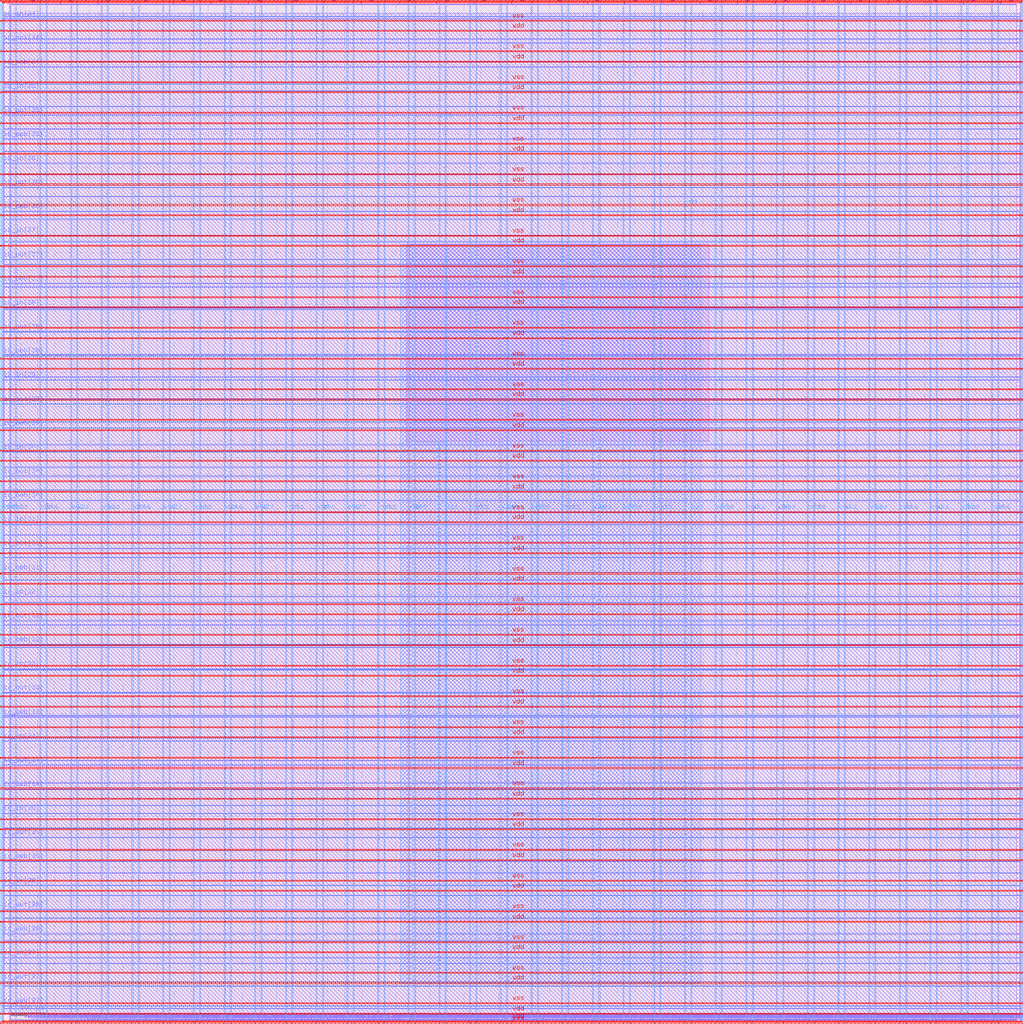
<source format=lef>
VERSION 5.7 ;
  NOWIREEXTENSIONATPIN ON ;
  DIVIDERCHAR "/" ;
  BUSBITCHARS "[]" ;
MACRO user_project_wrapper
  CLASS BLOCK ;
  FOREIGN user_project_wrapper ;
  ORIGIN 0.000 0.000 ;
  SIZE 2980.200 BY 2980.200 ;
  PIN io_in[0]
    DIRECTION INPUT ;
    USE SIGNAL ;
    PORT
      LAYER Metal3 ;
        RECT 2977.800 35.560 2985.000 36.680 ;
    END
  END io_in[0]
  PIN io_in[10]
    DIRECTION INPUT ;
    USE SIGNAL ;
    PORT
      LAYER Metal3 ;
        RECT 2977.800 2017.960 2985.000 2019.080 ;
    END
  END io_in[10]
  PIN io_in[11]
    DIRECTION INPUT ;
    USE SIGNAL ;
    PORT
      LAYER Metal3 ;
        RECT 2977.800 2216.200 2985.000 2217.320 ;
    END
  END io_in[11]
  PIN io_in[12]
    DIRECTION INPUT ;
    USE SIGNAL ;
    PORT
      LAYER Metal3 ;
        RECT 2977.800 2414.440 2985.000 2415.560 ;
    END
  END io_in[12]
  PIN io_in[13]
    DIRECTION INPUT ;
    USE SIGNAL ;
    PORT
      LAYER Metal3 ;
        RECT 2977.800 2612.680 2985.000 2613.800 ;
    END
  END io_in[13]
  PIN io_in[14]
    DIRECTION INPUT ;
    USE SIGNAL ;
    PORT
      LAYER Metal3 ;
        RECT 2977.800 2810.920 2985.000 2812.040 ;
    END
  END io_in[14]
  PIN io_in[15]
    DIRECTION INPUT ;
    USE SIGNAL ;
    PORT
      LAYER Metal2 ;
        RECT 2923.480 2977.800 2924.600 2985.000 ;
    END
  END io_in[15]
  PIN io_in[16]
    DIRECTION INPUT ;
    USE SIGNAL ;
    PORT
      LAYER Metal2 ;
        RECT 2592.520 2977.800 2593.640 2985.000 ;
    END
  END io_in[16]
  PIN io_in[17]
    DIRECTION INPUT ;
    USE SIGNAL ;
    PORT
      LAYER Metal2 ;
        RECT 2261.560 2977.800 2262.680 2985.000 ;
    END
  END io_in[17]
  PIN io_in[18]
    DIRECTION INPUT ;
    USE SIGNAL ;
    PORT
      LAYER Metal2 ;
        RECT 1930.600 2977.800 1931.720 2985.000 ;
    END
  END io_in[18]
  PIN io_in[19]
    DIRECTION INPUT ;
    USE SIGNAL ;
    PORT
      LAYER Metal2 ;
        RECT 1599.640 2977.800 1600.760 2985.000 ;
    END
  END io_in[19]
  PIN io_in[1]
    DIRECTION INPUT ;
    USE SIGNAL ;
    PORT
      LAYER Metal3 ;
        RECT 2977.800 233.800 2985.000 234.920 ;
    END
  END io_in[1]
  PIN io_in[20]
    DIRECTION INPUT ;
    USE SIGNAL ;
    PORT
      LAYER Metal2 ;
        RECT 1268.680 2977.800 1269.800 2985.000 ;
    END
  END io_in[20]
  PIN io_in[21]
    DIRECTION INPUT ;
    USE SIGNAL ;
    PORT
      LAYER Metal2 ;
        RECT 937.720 2977.800 938.840 2985.000 ;
    END
  END io_in[21]
  PIN io_in[22]
    DIRECTION INPUT ;
    USE SIGNAL ;
    PORT
      LAYER Metal2 ;
        RECT 606.760 2977.800 607.880 2985.000 ;
    END
  END io_in[22]
  PIN io_in[23]
    DIRECTION INPUT ;
    USE SIGNAL ;
    PORT
      LAYER Metal2 ;
        RECT 275.800 2977.800 276.920 2985.000 ;
    END
  END io_in[23]
  PIN io_in[24]
    DIRECTION INPUT ;
    USE SIGNAL ;
    PORT
      LAYER Metal3 ;
        RECT -4.800 2935.800 2.400 2936.920 ;
    END
  END io_in[24]
  PIN io_in[25]
    DIRECTION INPUT ;
    USE SIGNAL ;
    PORT
      LAYER Metal3 ;
        RECT -4.800 2724.120 2.400 2725.240 ;
    END
  END io_in[25]
  PIN io_in[26]
    DIRECTION INPUT ;
    USE SIGNAL ;
    PORT
      LAYER Metal3 ;
        RECT -4.800 2512.440 2.400 2513.560 ;
    END
  END io_in[26]
  PIN io_in[27]
    DIRECTION INPUT ;
    USE SIGNAL ;
    PORT
      LAYER Metal3 ;
        RECT -4.800 2300.760 2.400 2301.880 ;
    END
  END io_in[27]
  PIN io_in[28]
    DIRECTION INPUT ;
    USE SIGNAL ;
    PORT
      LAYER Metal3 ;
        RECT -4.800 2089.080 2.400 2090.200 ;
    END
  END io_in[28]
  PIN io_in[29]
    DIRECTION INPUT ;
    USE SIGNAL ;
    PORT
      LAYER Metal3 ;
        RECT -4.800 1877.400 2.400 1878.520 ;
    END
  END io_in[29]
  PIN io_in[2]
    DIRECTION INPUT ;
    USE SIGNAL ;
    PORT
      LAYER Metal3 ;
        RECT 2977.800 432.040 2985.000 433.160 ;
    END
  END io_in[2]
  PIN io_in[30]
    DIRECTION INPUT ;
    USE SIGNAL ;
    PORT
      LAYER Metal3 ;
        RECT -4.800 1665.720 2.400 1666.840 ;
    END
  END io_in[30]
  PIN io_in[31]
    DIRECTION INPUT ;
    USE SIGNAL ;
    PORT
      LAYER Metal3 ;
        RECT -4.800 1454.040 2.400 1455.160 ;
    END
  END io_in[31]
  PIN io_in[32]
    DIRECTION INPUT ;
    USE SIGNAL ;
    PORT
      LAYER Metal3 ;
        RECT -4.800 1242.360 2.400 1243.480 ;
    END
  END io_in[32]
  PIN io_in[33]
    DIRECTION INPUT ;
    USE SIGNAL ;
    PORT
      LAYER Metal3 ;
        RECT -4.800 1030.680 2.400 1031.800 ;
    END
  END io_in[33]
  PIN io_in[34]
    DIRECTION INPUT ;
    USE SIGNAL ;
    PORT
      LAYER Metal3 ;
        RECT -4.800 819.000 2.400 820.120 ;
    END
  END io_in[34]
  PIN io_in[35]
    DIRECTION INPUT ;
    USE SIGNAL ;
    PORT
      LAYER Metal3 ;
        RECT -4.800 607.320 2.400 608.440 ;
    END
  END io_in[35]
  PIN io_in[36]
    DIRECTION INPUT ;
    USE SIGNAL ;
    PORT
      LAYER Metal3 ;
        RECT -4.800 395.640 2.400 396.760 ;
    END
  END io_in[36]
  PIN io_in[37]
    DIRECTION INPUT ;
    USE SIGNAL ;
    PORT
      LAYER Metal3 ;
        RECT -4.800 183.960 2.400 185.080 ;
    END
  END io_in[37]
  PIN io_in[3]
    DIRECTION INPUT ;
    USE SIGNAL ;
    PORT
      LAYER Metal3 ;
        RECT 2977.800 630.280 2985.000 631.400 ;
    END
  END io_in[3]
  PIN io_in[4]
    DIRECTION INPUT ;
    USE SIGNAL ;
    PORT
      LAYER Metal3 ;
        RECT 2977.800 828.520 2985.000 829.640 ;
    END
  END io_in[4]
  PIN io_in[5]
    DIRECTION INPUT ;
    USE SIGNAL ;
    PORT
      LAYER Metal3 ;
        RECT 2977.800 1026.760 2985.000 1027.880 ;
    END
  END io_in[5]
  PIN io_in[6]
    DIRECTION INPUT ;
    USE SIGNAL ;
    PORT
      LAYER Metal3 ;
        RECT 2977.800 1225.000 2985.000 1226.120 ;
    END
  END io_in[6]
  PIN io_in[7]
    DIRECTION INPUT ;
    USE SIGNAL ;
    PORT
      LAYER Metal3 ;
        RECT 2977.800 1423.240 2985.000 1424.360 ;
    END
  END io_in[7]
  PIN io_in[8]
    DIRECTION INPUT ;
    USE SIGNAL ;
    PORT
      LAYER Metal3 ;
        RECT 2977.800 1621.480 2985.000 1622.600 ;
    END
  END io_in[8]
  PIN io_in[9]
    DIRECTION INPUT ;
    USE SIGNAL ;
    PORT
      LAYER Metal3 ;
        RECT 2977.800 1819.720 2985.000 1820.840 ;
    END
  END io_in[9]
  PIN io_oeb[0]
    DIRECTION OUTPUT TRISTATE ;
    USE SIGNAL ;
    PORT
      LAYER Metal3 ;
        RECT 2977.800 167.720 2985.000 168.840 ;
    END
  END io_oeb[0]
  PIN io_oeb[10]
    DIRECTION OUTPUT TRISTATE ;
    USE SIGNAL ;
    PORT
      LAYER Metal3 ;
        RECT 2977.800 2150.120 2985.000 2151.240 ;
    END
  END io_oeb[10]
  PIN io_oeb[11]
    DIRECTION OUTPUT TRISTATE ;
    USE SIGNAL ;
    PORT
      LAYER Metal3 ;
        RECT 2977.800 2348.360 2985.000 2349.480 ;
    END
  END io_oeb[11]
  PIN io_oeb[12]
    DIRECTION OUTPUT TRISTATE ;
    USE SIGNAL ;
    PORT
      LAYER Metal3 ;
        RECT 2977.800 2546.600 2985.000 2547.720 ;
    END
  END io_oeb[12]
  PIN io_oeb[13]
    DIRECTION OUTPUT TRISTATE ;
    USE SIGNAL ;
    PORT
      LAYER Metal3 ;
        RECT 2977.800 2744.840 2985.000 2745.960 ;
    END
  END io_oeb[13]
  PIN io_oeb[14]
    DIRECTION OUTPUT TRISTATE ;
    USE SIGNAL ;
    PORT
      LAYER Metal3 ;
        RECT 2977.800 2943.080 2985.000 2944.200 ;
    END
  END io_oeb[14]
  PIN io_oeb[15]
    DIRECTION OUTPUT TRISTATE ;
    USE SIGNAL ;
    PORT
      LAYER Metal2 ;
        RECT 2702.840 2977.800 2703.960 2985.000 ;
    END
  END io_oeb[15]
  PIN io_oeb[16]
    DIRECTION OUTPUT TRISTATE ;
    USE SIGNAL ;
    PORT
      LAYER Metal2 ;
        RECT 2371.880 2977.800 2373.000 2985.000 ;
    END
  END io_oeb[16]
  PIN io_oeb[17]
    DIRECTION OUTPUT TRISTATE ;
    USE SIGNAL ;
    PORT
      LAYER Metal2 ;
        RECT 2040.920 2977.800 2042.040 2985.000 ;
    END
  END io_oeb[17]
  PIN io_oeb[18]
    DIRECTION OUTPUT TRISTATE ;
    USE SIGNAL ;
    PORT
      LAYER Metal2 ;
        RECT 1709.960 2977.800 1711.080 2985.000 ;
    END
  END io_oeb[18]
  PIN io_oeb[19]
    DIRECTION OUTPUT TRISTATE ;
    USE SIGNAL ;
    PORT
      LAYER Metal2 ;
        RECT 1379.000 2977.800 1380.120 2985.000 ;
    END
  END io_oeb[19]
  PIN io_oeb[1]
    DIRECTION OUTPUT TRISTATE ;
    USE SIGNAL ;
    PORT
      LAYER Metal3 ;
        RECT 2977.800 365.960 2985.000 367.080 ;
    END
  END io_oeb[1]
  PIN io_oeb[20]
    DIRECTION OUTPUT TRISTATE ;
    USE SIGNAL ;
    PORT
      LAYER Metal2 ;
        RECT 1048.040 2977.800 1049.160 2985.000 ;
    END
  END io_oeb[20]
  PIN io_oeb[21]
    DIRECTION OUTPUT TRISTATE ;
    USE SIGNAL ;
    PORT
      LAYER Metal2 ;
        RECT 717.080 2977.800 718.200 2985.000 ;
    END
  END io_oeb[21]
  PIN io_oeb[22]
    DIRECTION OUTPUT TRISTATE ;
    USE SIGNAL ;
    PORT
      LAYER Metal2 ;
        RECT 386.120 2977.800 387.240 2985.000 ;
    END
  END io_oeb[22]
  PIN io_oeb[23]
    DIRECTION OUTPUT TRISTATE ;
    USE SIGNAL ;
    PORT
      LAYER Metal2 ;
        RECT 55.160 2977.800 56.280 2985.000 ;
    END
  END io_oeb[23]
  PIN io_oeb[24]
    DIRECTION OUTPUT TRISTATE ;
    USE SIGNAL ;
    PORT
      LAYER Metal3 ;
        RECT -4.800 2794.680 2.400 2795.800 ;
    END
  END io_oeb[24]
  PIN io_oeb[25]
    DIRECTION OUTPUT TRISTATE ;
    USE SIGNAL ;
    PORT
      LAYER Metal3 ;
        RECT -4.800 2583.000 2.400 2584.120 ;
    END
  END io_oeb[25]
  PIN io_oeb[26]
    DIRECTION OUTPUT TRISTATE ;
    USE SIGNAL ;
    PORT
      LAYER Metal3 ;
        RECT -4.800 2371.320 2.400 2372.440 ;
    END
  END io_oeb[26]
  PIN io_oeb[27]
    DIRECTION OUTPUT TRISTATE ;
    USE SIGNAL ;
    PORT
      LAYER Metal3 ;
        RECT -4.800 2159.640 2.400 2160.760 ;
    END
  END io_oeb[27]
  PIN io_oeb[28]
    DIRECTION OUTPUT TRISTATE ;
    USE SIGNAL ;
    PORT
      LAYER Metal3 ;
        RECT -4.800 1947.960 2.400 1949.080 ;
    END
  END io_oeb[28]
  PIN io_oeb[29]
    DIRECTION OUTPUT TRISTATE ;
    USE SIGNAL ;
    PORT
      LAYER Metal3 ;
        RECT -4.800 1736.280 2.400 1737.400 ;
    END
  END io_oeb[29]
  PIN io_oeb[2]
    DIRECTION OUTPUT TRISTATE ;
    USE SIGNAL ;
    PORT
      LAYER Metal3 ;
        RECT 2977.800 564.200 2985.000 565.320 ;
    END
  END io_oeb[2]
  PIN io_oeb[30]
    DIRECTION OUTPUT TRISTATE ;
    USE SIGNAL ;
    PORT
      LAYER Metal3 ;
        RECT -4.800 1524.600 2.400 1525.720 ;
    END
  END io_oeb[30]
  PIN io_oeb[31]
    DIRECTION OUTPUT TRISTATE ;
    USE SIGNAL ;
    PORT
      LAYER Metal3 ;
        RECT -4.800 1312.920 2.400 1314.040 ;
    END
  END io_oeb[31]
  PIN io_oeb[32]
    DIRECTION OUTPUT TRISTATE ;
    USE SIGNAL ;
    PORT
      LAYER Metal3 ;
        RECT -4.800 1101.240 2.400 1102.360 ;
    END
  END io_oeb[32]
  PIN io_oeb[33]
    DIRECTION OUTPUT TRISTATE ;
    USE SIGNAL ;
    PORT
      LAYER Metal3 ;
        RECT -4.800 889.560 2.400 890.680 ;
    END
  END io_oeb[33]
  PIN io_oeb[34]
    DIRECTION OUTPUT TRISTATE ;
    USE SIGNAL ;
    PORT
      LAYER Metal3 ;
        RECT -4.800 677.880 2.400 679.000 ;
    END
  END io_oeb[34]
  PIN io_oeb[35]
    DIRECTION OUTPUT TRISTATE ;
    USE SIGNAL ;
    PORT
      LAYER Metal3 ;
        RECT -4.800 466.200 2.400 467.320 ;
    END
  END io_oeb[35]
  PIN io_oeb[36]
    DIRECTION OUTPUT TRISTATE ;
    USE SIGNAL ;
    PORT
      LAYER Metal3 ;
        RECT -4.800 254.520 2.400 255.640 ;
    END
  END io_oeb[36]
  PIN io_oeb[37]
    DIRECTION OUTPUT TRISTATE ;
    USE SIGNAL ;
    PORT
      LAYER Metal3 ;
        RECT -4.800 42.840 2.400 43.960 ;
    END
  END io_oeb[37]
  PIN io_oeb[3]
    DIRECTION OUTPUT TRISTATE ;
    USE SIGNAL ;
    PORT
      LAYER Metal3 ;
        RECT 2977.800 762.440 2985.000 763.560 ;
    END
  END io_oeb[3]
  PIN io_oeb[4]
    DIRECTION OUTPUT TRISTATE ;
    USE SIGNAL ;
    PORT
      LAYER Metal3 ;
        RECT 2977.800 960.680 2985.000 961.800 ;
    END
  END io_oeb[4]
  PIN io_oeb[5]
    DIRECTION OUTPUT TRISTATE ;
    USE SIGNAL ;
    PORT
      LAYER Metal3 ;
        RECT 2977.800 1158.920 2985.000 1160.040 ;
    END
  END io_oeb[5]
  PIN io_oeb[6]
    DIRECTION OUTPUT TRISTATE ;
    USE SIGNAL ;
    PORT
      LAYER Metal3 ;
        RECT 2977.800 1357.160 2985.000 1358.280 ;
    END
  END io_oeb[6]
  PIN io_oeb[7]
    DIRECTION OUTPUT TRISTATE ;
    USE SIGNAL ;
    PORT
      LAYER Metal3 ;
        RECT 2977.800 1555.400 2985.000 1556.520 ;
    END
  END io_oeb[7]
  PIN io_oeb[8]
    DIRECTION OUTPUT TRISTATE ;
    USE SIGNAL ;
    PORT
      LAYER Metal3 ;
        RECT 2977.800 1753.640 2985.000 1754.760 ;
    END
  END io_oeb[8]
  PIN io_oeb[9]
    DIRECTION OUTPUT TRISTATE ;
    USE SIGNAL ;
    PORT
      LAYER Metal3 ;
        RECT 2977.800 1951.880 2985.000 1953.000 ;
    END
  END io_oeb[9]
  PIN io_out[0]
    DIRECTION OUTPUT TRISTATE ;
    USE SIGNAL ;
    PORT
      LAYER Metal3 ;
        RECT 2977.800 101.640 2985.000 102.760 ;
    END
  END io_out[0]
  PIN io_out[10]
    DIRECTION OUTPUT TRISTATE ;
    USE SIGNAL ;
    PORT
      LAYER Metal3 ;
        RECT 2977.800 2084.040 2985.000 2085.160 ;
    END
  END io_out[10]
  PIN io_out[11]
    DIRECTION OUTPUT TRISTATE ;
    USE SIGNAL ;
    PORT
      LAYER Metal3 ;
        RECT 2977.800 2282.280 2985.000 2283.400 ;
    END
  END io_out[11]
  PIN io_out[12]
    DIRECTION OUTPUT TRISTATE ;
    USE SIGNAL ;
    PORT
      LAYER Metal3 ;
        RECT 2977.800 2480.520 2985.000 2481.640 ;
    END
  END io_out[12]
  PIN io_out[13]
    DIRECTION OUTPUT TRISTATE ;
    USE SIGNAL ;
    PORT
      LAYER Metal3 ;
        RECT 2977.800 2678.760 2985.000 2679.880 ;
    END
  END io_out[13]
  PIN io_out[14]
    DIRECTION OUTPUT TRISTATE ;
    USE SIGNAL ;
    PORT
      LAYER Metal3 ;
        RECT 2977.800 2877.000 2985.000 2878.120 ;
    END
  END io_out[14]
  PIN io_out[15]
    DIRECTION OUTPUT TRISTATE ;
    USE SIGNAL ;
    PORT
      LAYER Metal2 ;
        RECT 2813.160 2977.800 2814.280 2985.000 ;
    END
  END io_out[15]
  PIN io_out[16]
    DIRECTION OUTPUT TRISTATE ;
    USE SIGNAL ;
    PORT
      LAYER Metal2 ;
        RECT 2482.200 2977.800 2483.320 2985.000 ;
    END
  END io_out[16]
  PIN io_out[17]
    DIRECTION OUTPUT TRISTATE ;
    USE SIGNAL ;
    PORT
      LAYER Metal2 ;
        RECT 2151.240 2977.800 2152.360 2985.000 ;
    END
  END io_out[17]
  PIN io_out[18]
    DIRECTION OUTPUT TRISTATE ;
    USE SIGNAL ;
    PORT
      LAYER Metal2 ;
        RECT 1820.280 2977.800 1821.400 2985.000 ;
    END
  END io_out[18]
  PIN io_out[19]
    DIRECTION OUTPUT TRISTATE ;
    USE SIGNAL ;
    PORT
      LAYER Metal2 ;
        RECT 1489.320 2977.800 1490.440 2985.000 ;
    END
  END io_out[19]
  PIN io_out[1]
    DIRECTION OUTPUT TRISTATE ;
    USE SIGNAL ;
    PORT
      LAYER Metal3 ;
        RECT 2977.800 299.880 2985.000 301.000 ;
    END
  END io_out[1]
  PIN io_out[20]
    DIRECTION OUTPUT TRISTATE ;
    USE SIGNAL ;
    PORT
      LAYER Metal2 ;
        RECT 1158.360 2977.800 1159.480 2985.000 ;
    END
  END io_out[20]
  PIN io_out[21]
    DIRECTION OUTPUT TRISTATE ;
    USE SIGNAL ;
    PORT
      LAYER Metal2 ;
        RECT 827.400 2977.800 828.520 2985.000 ;
    END
  END io_out[21]
  PIN io_out[22]
    DIRECTION OUTPUT TRISTATE ;
    USE SIGNAL ;
    PORT
      LAYER Metal2 ;
        RECT 496.440 2977.800 497.560 2985.000 ;
    END
  END io_out[22]
  PIN io_out[23]
    DIRECTION OUTPUT TRISTATE ;
    USE SIGNAL ;
    PORT
      LAYER Metal2 ;
        RECT 165.480 2977.800 166.600 2985.000 ;
    END
  END io_out[23]
  PIN io_out[24]
    DIRECTION OUTPUT TRISTATE ;
    USE SIGNAL ;
    PORT
      LAYER Metal3 ;
        RECT -4.800 2865.240 2.400 2866.360 ;
    END
  END io_out[24]
  PIN io_out[25]
    DIRECTION OUTPUT TRISTATE ;
    USE SIGNAL ;
    PORT
      LAYER Metal3 ;
        RECT -4.800 2653.560 2.400 2654.680 ;
    END
  END io_out[25]
  PIN io_out[26]
    DIRECTION OUTPUT TRISTATE ;
    USE SIGNAL ;
    PORT
      LAYER Metal3 ;
        RECT -4.800 2441.880 2.400 2443.000 ;
    END
  END io_out[26]
  PIN io_out[27]
    DIRECTION OUTPUT TRISTATE ;
    USE SIGNAL ;
    PORT
      LAYER Metal3 ;
        RECT -4.800 2230.200 2.400 2231.320 ;
    END
  END io_out[27]
  PIN io_out[28]
    DIRECTION OUTPUT TRISTATE ;
    USE SIGNAL ;
    PORT
      LAYER Metal3 ;
        RECT -4.800 2018.520 2.400 2019.640 ;
    END
  END io_out[28]
  PIN io_out[29]
    DIRECTION OUTPUT TRISTATE ;
    USE SIGNAL ;
    PORT
      LAYER Metal3 ;
        RECT -4.800 1806.840 2.400 1807.960 ;
    END
  END io_out[29]
  PIN io_out[2]
    DIRECTION OUTPUT TRISTATE ;
    USE SIGNAL ;
    PORT
      LAYER Metal3 ;
        RECT 2977.800 498.120 2985.000 499.240 ;
    END
  END io_out[2]
  PIN io_out[30]
    DIRECTION OUTPUT TRISTATE ;
    USE SIGNAL ;
    PORT
      LAYER Metal3 ;
        RECT -4.800 1595.160 2.400 1596.280 ;
    END
  END io_out[30]
  PIN io_out[31]
    DIRECTION OUTPUT TRISTATE ;
    USE SIGNAL ;
    PORT
      LAYER Metal3 ;
        RECT -4.800 1383.480 2.400 1384.600 ;
    END
  END io_out[31]
  PIN io_out[32]
    DIRECTION OUTPUT TRISTATE ;
    USE SIGNAL ;
    PORT
      LAYER Metal3 ;
        RECT -4.800 1171.800 2.400 1172.920 ;
    END
  END io_out[32]
  PIN io_out[33]
    DIRECTION OUTPUT TRISTATE ;
    USE SIGNAL ;
    PORT
      LAYER Metal3 ;
        RECT -4.800 960.120 2.400 961.240 ;
    END
  END io_out[33]
  PIN io_out[34]
    DIRECTION OUTPUT TRISTATE ;
    USE SIGNAL ;
    PORT
      LAYER Metal3 ;
        RECT -4.800 748.440 2.400 749.560 ;
    END
  END io_out[34]
  PIN io_out[35]
    DIRECTION OUTPUT TRISTATE ;
    USE SIGNAL ;
    PORT
      LAYER Metal3 ;
        RECT -4.800 536.760 2.400 537.880 ;
    END
  END io_out[35]
  PIN io_out[36]
    DIRECTION OUTPUT TRISTATE ;
    USE SIGNAL ;
    PORT
      LAYER Metal3 ;
        RECT -4.800 325.080 2.400 326.200 ;
    END
  END io_out[36]
  PIN io_out[37]
    DIRECTION OUTPUT TRISTATE ;
    USE SIGNAL ;
    PORT
      LAYER Metal3 ;
        RECT -4.800 113.400 2.400 114.520 ;
    END
  END io_out[37]
  PIN io_out[3]
    DIRECTION OUTPUT TRISTATE ;
    USE SIGNAL ;
    PORT
      LAYER Metal3 ;
        RECT 2977.800 696.360 2985.000 697.480 ;
    END
  END io_out[3]
  PIN io_out[4]
    DIRECTION OUTPUT TRISTATE ;
    USE SIGNAL ;
    PORT
      LAYER Metal3 ;
        RECT 2977.800 894.600 2985.000 895.720 ;
    END
  END io_out[4]
  PIN io_out[5]
    DIRECTION OUTPUT TRISTATE ;
    USE SIGNAL ;
    PORT
      LAYER Metal3 ;
        RECT 2977.800 1092.840 2985.000 1093.960 ;
    END
  END io_out[5]
  PIN io_out[6]
    DIRECTION OUTPUT TRISTATE ;
    USE SIGNAL ;
    PORT
      LAYER Metal3 ;
        RECT 2977.800 1291.080 2985.000 1292.200 ;
    END
  END io_out[6]
  PIN io_out[7]
    DIRECTION OUTPUT TRISTATE ;
    USE SIGNAL ;
    PORT
      LAYER Metal3 ;
        RECT 2977.800 1489.320 2985.000 1490.440 ;
    END
  END io_out[7]
  PIN io_out[8]
    DIRECTION OUTPUT TRISTATE ;
    USE SIGNAL ;
    PORT
      LAYER Metal3 ;
        RECT 2977.800 1687.560 2985.000 1688.680 ;
    END
  END io_out[8]
  PIN io_out[9]
    DIRECTION OUTPUT TRISTATE ;
    USE SIGNAL ;
    PORT
      LAYER Metal3 ;
        RECT 2977.800 1885.800 2985.000 1886.920 ;
    END
  END io_out[9]
  PIN la_data_in[0]
    DIRECTION INPUT ;
    USE SIGNAL ;
    PORT
      LAYER Metal2 ;
        RECT 1065.960 -4.800 1067.080 2.400 ;
    END
  END la_data_in[0]
  PIN la_data_in[10]
    DIRECTION INPUT ;
    USE SIGNAL ;
    PORT
      LAYER Metal2 ;
        RECT 1351.560 -4.800 1352.680 2.400 ;
    END
  END la_data_in[10]
  PIN la_data_in[11]
    DIRECTION INPUT ;
    USE SIGNAL ;
    PORT
      LAYER Metal2 ;
        RECT 1380.120 -4.800 1381.240 2.400 ;
    END
  END la_data_in[11]
  PIN la_data_in[12]
    DIRECTION INPUT ;
    USE SIGNAL ;
    PORT
      LAYER Metal2 ;
        RECT 1408.680 -4.800 1409.800 2.400 ;
    END
  END la_data_in[12]
  PIN la_data_in[13]
    DIRECTION INPUT ;
    USE SIGNAL ;
    PORT
      LAYER Metal2 ;
        RECT 1437.240 -4.800 1438.360 2.400 ;
    END
  END la_data_in[13]
  PIN la_data_in[14]
    DIRECTION INPUT ;
    USE SIGNAL ;
    PORT
      LAYER Metal2 ;
        RECT 1465.800 -4.800 1466.920 2.400 ;
    END
  END la_data_in[14]
  PIN la_data_in[15]
    DIRECTION INPUT ;
    USE SIGNAL ;
    PORT
      LAYER Metal2 ;
        RECT 1494.360 -4.800 1495.480 2.400 ;
    END
  END la_data_in[15]
  PIN la_data_in[16]
    DIRECTION INPUT ;
    USE SIGNAL ;
    PORT
      LAYER Metal2 ;
        RECT 1522.920 -4.800 1524.040 2.400 ;
    END
  END la_data_in[16]
  PIN la_data_in[17]
    DIRECTION INPUT ;
    USE SIGNAL ;
    PORT
      LAYER Metal2 ;
        RECT 1551.480 -4.800 1552.600 2.400 ;
    END
  END la_data_in[17]
  PIN la_data_in[18]
    DIRECTION INPUT ;
    USE SIGNAL ;
    PORT
      LAYER Metal2 ;
        RECT 1580.040 -4.800 1581.160 2.400 ;
    END
  END la_data_in[18]
  PIN la_data_in[19]
    DIRECTION INPUT ;
    USE SIGNAL ;
    PORT
      LAYER Metal2 ;
        RECT 1608.600 -4.800 1609.720 2.400 ;
    END
  END la_data_in[19]
  PIN la_data_in[1]
    DIRECTION INPUT ;
    USE SIGNAL ;
    PORT
      LAYER Metal2 ;
        RECT 1094.520 -4.800 1095.640 2.400 ;
    END
  END la_data_in[1]
  PIN la_data_in[20]
    DIRECTION INPUT ;
    USE SIGNAL ;
    PORT
      LAYER Metal2 ;
        RECT 1637.160 -4.800 1638.280 2.400 ;
    END
  END la_data_in[20]
  PIN la_data_in[21]
    DIRECTION INPUT ;
    USE SIGNAL ;
    PORT
      LAYER Metal2 ;
        RECT 1665.720 -4.800 1666.840 2.400 ;
    END
  END la_data_in[21]
  PIN la_data_in[22]
    DIRECTION INPUT ;
    USE SIGNAL ;
    PORT
      LAYER Metal2 ;
        RECT 1694.280 -4.800 1695.400 2.400 ;
    END
  END la_data_in[22]
  PIN la_data_in[23]
    DIRECTION INPUT ;
    USE SIGNAL ;
    PORT
      LAYER Metal2 ;
        RECT 1722.840 -4.800 1723.960 2.400 ;
    END
  END la_data_in[23]
  PIN la_data_in[24]
    DIRECTION INPUT ;
    USE SIGNAL ;
    PORT
      LAYER Metal2 ;
        RECT 1751.400 -4.800 1752.520 2.400 ;
    END
  END la_data_in[24]
  PIN la_data_in[25]
    DIRECTION INPUT ;
    USE SIGNAL ;
    PORT
      LAYER Metal2 ;
        RECT 1779.960 -4.800 1781.080 2.400 ;
    END
  END la_data_in[25]
  PIN la_data_in[26]
    DIRECTION INPUT ;
    USE SIGNAL ;
    PORT
      LAYER Metal2 ;
        RECT 1808.520 -4.800 1809.640 2.400 ;
    END
  END la_data_in[26]
  PIN la_data_in[27]
    DIRECTION INPUT ;
    USE SIGNAL ;
    PORT
      LAYER Metal2 ;
        RECT 1837.080 -4.800 1838.200 2.400 ;
    END
  END la_data_in[27]
  PIN la_data_in[28]
    DIRECTION INPUT ;
    USE SIGNAL ;
    PORT
      LAYER Metal2 ;
        RECT 1865.640 -4.800 1866.760 2.400 ;
    END
  END la_data_in[28]
  PIN la_data_in[29]
    DIRECTION INPUT ;
    USE SIGNAL ;
    PORT
      LAYER Metal2 ;
        RECT 1894.200 -4.800 1895.320 2.400 ;
    END
  END la_data_in[29]
  PIN la_data_in[2]
    DIRECTION INPUT ;
    USE SIGNAL ;
    PORT
      LAYER Metal2 ;
        RECT 1123.080 -4.800 1124.200 2.400 ;
    END
  END la_data_in[2]
  PIN la_data_in[30]
    DIRECTION INPUT ;
    USE SIGNAL ;
    PORT
      LAYER Metal2 ;
        RECT 1922.760 -4.800 1923.880 2.400 ;
    END
  END la_data_in[30]
  PIN la_data_in[31]
    DIRECTION INPUT ;
    USE SIGNAL ;
    PORT
      LAYER Metal2 ;
        RECT 1951.320 -4.800 1952.440 2.400 ;
    END
  END la_data_in[31]
  PIN la_data_in[32]
    DIRECTION INPUT ;
    USE SIGNAL ;
    PORT
      LAYER Metal2 ;
        RECT 1979.880 -4.800 1981.000 2.400 ;
    END
  END la_data_in[32]
  PIN la_data_in[33]
    DIRECTION INPUT ;
    USE SIGNAL ;
    PORT
      LAYER Metal2 ;
        RECT 2008.440 -4.800 2009.560 2.400 ;
    END
  END la_data_in[33]
  PIN la_data_in[34]
    DIRECTION INPUT ;
    USE SIGNAL ;
    PORT
      LAYER Metal2 ;
        RECT 2037.000 -4.800 2038.120 2.400 ;
    END
  END la_data_in[34]
  PIN la_data_in[35]
    DIRECTION INPUT ;
    USE SIGNAL ;
    PORT
      LAYER Metal2 ;
        RECT 2065.560 -4.800 2066.680 2.400 ;
    END
  END la_data_in[35]
  PIN la_data_in[36]
    DIRECTION INPUT ;
    USE SIGNAL ;
    PORT
      LAYER Metal2 ;
        RECT 2094.120 -4.800 2095.240 2.400 ;
    END
  END la_data_in[36]
  PIN la_data_in[37]
    DIRECTION INPUT ;
    USE SIGNAL ;
    PORT
      LAYER Metal2 ;
        RECT 2122.680 -4.800 2123.800 2.400 ;
    END
  END la_data_in[37]
  PIN la_data_in[38]
    DIRECTION INPUT ;
    USE SIGNAL ;
    PORT
      LAYER Metal2 ;
        RECT 2151.240 -4.800 2152.360 2.400 ;
    END
  END la_data_in[38]
  PIN la_data_in[39]
    DIRECTION INPUT ;
    USE SIGNAL ;
    PORT
      LAYER Metal2 ;
        RECT 2179.800 -4.800 2180.920 2.400 ;
    END
  END la_data_in[39]
  PIN la_data_in[3]
    DIRECTION INPUT ;
    USE SIGNAL ;
    PORT
      LAYER Metal2 ;
        RECT 1151.640 -4.800 1152.760 2.400 ;
    END
  END la_data_in[3]
  PIN la_data_in[40]
    DIRECTION INPUT ;
    USE SIGNAL ;
    PORT
      LAYER Metal2 ;
        RECT 2208.360 -4.800 2209.480 2.400 ;
    END
  END la_data_in[40]
  PIN la_data_in[41]
    DIRECTION INPUT ;
    USE SIGNAL ;
    PORT
      LAYER Metal2 ;
        RECT 2236.920 -4.800 2238.040 2.400 ;
    END
  END la_data_in[41]
  PIN la_data_in[42]
    DIRECTION INPUT ;
    USE SIGNAL ;
    PORT
      LAYER Metal2 ;
        RECT 2265.480 -4.800 2266.600 2.400 ;
    END
  END la_data_in[42]
  PIN la_data_in[43]
    DIRECTION INPUT ;
    USE SIGNAL ;
    PORT
      LAYER Metal2 ;
        RECT 2294.040 -4.800 2295.160 2.400 ;
    END
  END la_data_in[43]
  PIN la_data_in[44]
    DIRECTION INPUT ;
    USE SIGNAL ;
    PORT
      LAYER Metal2 ;
        RECT 2322.600 -4.800 2323.720 2.400 ;
    END
  END la_data_in[44]
  PIN la_data_in[45]
    DIRECTION INPUT ;
    USE SIGNAL ;
    PORT
      LAYER Metal2 ;
        RECT 2351.160 -4.800 2352.280 2.400 ;
    END
  END la_data_in[45]
  PIN la_data_in[46]
    DIRECTION INPUT ;
    USE SIGNAL ;
    PORT
      LAYER Metal2 ;
        RECT 2379.720 -4.800 2380.840 2.400 ;
    END
  END la_data_in[46]
  PIN la_data_in[47]
    DIRECTION INPUT ;
    USE SIGNAL ;
    PORT
      LAYER Metal2 ;
        RECT 2408.280 -4.800 2409.400 2.400 ;
    END
  END la_data_in[47]
  PIN la_data_in[48]
    DIRECTION INPUT ;
    USE SIGNAL ;
    PORT
      LAYER Metal2 ;
        RECT 2436.840 -4.800 2437.960 2.400 ;
    END
  END la_data_in[48]
  PIN la_data_in[49]
    DIRECTION INPUT ;
    USE SIGNAL ;
    PORT
      LAYER Metal2 ;
        RECT 2465.400 -4.800 2466.520 2.400 ;
    END
  END la_data_in[49]
  PIN la_data_in[4]
    DIRECTION INPUT ;
    USE SIGNAL ;
    PORT
      LAYER Metal2 ;
        RECT 1180.200 -4.800 1181.320 2.400 ;
    END
  END la_data_in[4]
  PIN la_data_in[50]
    DIRECTION INPUT ;
    USE SIGNAL ;
    PORT
      LAYER Metal2 ;
        RECT 2493.960 -4.800 2495.080 2.400 ;
    END
  END la_data_in[50]
  PIN la_data_in[51]
    DIRECTION INPUT ;
    USE SIGNAL ;
    PORT
      LAYER Metal2 ;
        RECT 2522.520 -4.800 2523.640 2.400 ;
    END
  END la_data_in[51]
  PIN la_data_in[52]
    DIRECTION INPUT ;
    USE SIGNAL ;
    PORT
      LAYER Metal2 ;
        RECT 2551.080 -4.800 2552.200 2.400 ;
    END
  END la_data_in[52]
  PIN la_data_in[53]
    DIRECTION INPUT ;
    USE SIGNAL ;
    PORT
      LAYER Metal2 ;
        RECT 2579.640 -4.800 2580.760 2.400 ;
    END
  END la_data_in[53]
  PIN la_data_in[54]
    DIRECTION INPUT ;
    USE SIGNAL ;
    PORT
      LAYER Metal2 ;
        RECT 2608.200 -4.800 2609.320 2.400 ;
    END
  END la_data_in[54]
  PIN la_data_in[55]
    DIRECTION INPUT ;
    USE SIGNAL ;
    PORT
      LAYER Metal2 ;
        RECT 2636.760 -4.800 2637.880 2.400 ;
    END
  END la_data_in[55]
  PIN la_data_in[56]
    DIRECTION INPUT ;
    USE SIGNAL ;
    PORT
      LAYER Metal2 ;
        RECT 2665.320 -4.800 2666.440 2.400 ;
    END
  END la_data_in[56]
  PIN la_data_in[57]
    DIRECTION INPUT ;
    USE SIGNAL ;
    PORT
      LAYER Metal2 ;
        RECT 2693.880 -4.800 2695.000 2.400 ;
    END
  END la_data_in[57]
  PIN la_data_in[58]
    DIRECTION INPUT ;
    USE SIGNAL ;
    PORT
      LAYER Metal2 ;
        RECT 2722.440 -4.800 2723.560 2.400 ;
    END
  END la_data_in[58]
  PIN la_data_in[59]
    DIRECTION INPUT ;
    USE SIGNAL ;
    PORT
      LAYER Metal2 ;
        RECT 2751.000 -4.800 2752.120 2.400 ;
    END
  END la_data_in[59]
  PIN la_data_in[5]
    DIRECTION INPUT ;
    USE SIGNAL ;
    PORT
      LAYER Metal2 ;
        RECT 1208.760 -4.800 1209.880 2.400 ;
    END
  END la_data_in[5]
  PIN la_data_in[60]
    DIRECTION INPUT ;
    USE SIGNAL ;
    PORT
      LAYER Metal2 ;
        RECT 2779.560 -4.800 2780.680 2.400 ;
    END
  END la_data_in[60]
  PIN la_data_in[61]
    DIRECTION INPUT ;
    USE SIGNAL ;
    PORT
      LAYER Metal2 ;
        RECT 2808.120 -4.800 2809.240 2.400 ;
    END
  END la_data_in[61]
  PIN la_data_in[62]
    DIRECTION INPUT ;
    USE SIGNAL ;
    PORT
      LAYER Metal2 ;
        RECT 2836.680 -4.800 2837.800 2.400 ;
    END
  END la_data_in[62]
  PIN la_data_in[63]
    DIRECTION INPUT ;
    USE SIGNAL ;
    PORT
      LAYER Metal2 ;
        RECT 2865.240 -4.800 2866.360 2.400 ;
    END
  END la_data_in[63]
  PIN la_data_in[6]
    DIRECTION INPUT ;
    USE SIGNAL ;
    PORT
      LAYER Metal2 ;
        RECT 1237.320 -4.800 1238.440 2.400 ;
    END
  END la_data_in[6]
  PIN la_data_in[7]
    DIRECTION INPUT ;
    USE SIGNAL ;
    PORT
      LAYER Metal2 ;
        RECT 1265.880 -4.800 1267.000 2.400 ;
    END
  END la_data_in[7]
  PIN la_data_in[8]
    DIRECTION INPUT ;
    USE SIGNAL ;
    PORT
      LAYER Metal2 ;
        RECT 1294.440 -4.800 1295.560 2.400 ;
    END
  END la_data_in[8]
  PIN la_data_in[9]
    DIRECTION INPUT ;
    USE SIGNAL ;
    PORT
      LAYER Metal2 ;
        RECT 1323.000 -4.800 1324.120 2.400 ;
    END
  END la_data_in[9]
  PIN la_data_out[0]
    DIRECTION OUTPUT TRISTATE ;
    USE SIGNAL ;
    PORT
      LAYER Metal2 ;
        RECT 1075.480 -4.800 1076.600 2.400 ;
    END
  END la_data_out[0]
  PIN la_data_out[10]
    DIRECTION OUTPUT TRISTATE ;
    USE SIGNAL ;
    PORT
      LAYER Metal2 ;
        RECT 1361.080 -4.800 1362.200 2.400 ;
    END
  END la_data_out[10]
  PIN la_data_out[11]
    DIRECTION OUTPUT TRISTATE ;
    USE SIGNAL ;
    PORT
      LAYER Metal2 ;
        RECT 1389.640 -4.800 1390.760 2.400 ;
    END
  END la_data_out[11]
  PIN la_data_out[12]
    DIRECTION OUTPUT TRISTATE ;
    USE SIGNAL ;
    PORT
      LAYER Metal2 ;
        RECT 1418.200 -4.800 1419.320 2.400 ;
    END
  END la_data_out[12]
  PIN la_data_out[13]
    DIRECTION OUTPUT TRISTATE ;
    USE SIGNAL ;
    PORT
      LAYER Metal2 ;
        RECT 1446.760 -4.800 1447.880 2.400 ;
    END
  END la_data_out[13]
  PIN la_data_out[14]
    DIRECTION OUTPUT TRISTATE ;
    USE SIGNAL ;
    PORT
      LAYER Metal2 ;
        RECT 1475.320 -4.800 1476.440 2.400 ;
    END
  END la_data_out[14]
  PIN la_data_out[15]
    DIRECTION OUTPUT TRISTATE ;
    USE SIGNAL ;
    PORT
      LAYER Metal2 ;
        RECT 1503.880 -4.800 1505.000 2.400 ;
    END
  END la_data_out[15]
  PIN la_data_out[16]
    DIRECTION OUTPUT TRISTATE ;
    USE SIGNAL ;
    PORT
      LAYER Metal2 ;
        RECT 1532.440 -4.800 1533.560 2.400 ;
    END
  END la_data_out[16]
  PIN la_data_out[17]
    DIRECTION OUTPUT TRISTATE ;
    USE SIGNAL ;
    PORT
      LAYER Metal2 ;
        RECT 1561.000 -4.800 1562.120 2.400 ;
    END
  END la_data_out[17]
  PIN la_data_out[18]
    DIRECTION OUTPUT TRISTATE ;
    USE SIGNAL ;
    PORT
      LAYER Metal2 ;
        RECT 1589.560 -4.800 1590.680 2.400 ;
    END
  END la_data_out[18]
  PIN la_data_out[19]
    DIRECTION OUTPUT TRISTATE ;
    USE SIGNAL ;
    PORT
      LAYER Metal2 ;
        RECT 1618.120 -4.800 1619.240 2.400 ;
    END
  END la_data_out[19]
  PIN la_data_out[1]
    DIRECTION OUTPUT TRISTATE ;
    USE SIGNAL ;
    PORT
      LAYER Metal2 ;
        RECT 1104.040 -4.800 1105.160 2.400 ;
    END
  END la_data_out[1]
  PIN la_data_out[20]
    DIRECTION OUTPUT TRISTATE ;
    USE SIGNAL ;
    PORT
      LAYER Metal2 ;
        RECT 1646.680 -4.800 1647.800 2.400 ;
    END
  END la_data_out[20]
  PIN la_data_out[21]
    DIRECTION OUTPUT TRISTATE ;
    USE SIGNAL ;
    PORT
      LAYER Metal2 ;
        RECT 1675.240 -4.800 1676.360 2.400 ;
    END
  END la_data_out[21]
  PIN la_data_out[22]
    DIRECTION OUTPUT TRISTATE ;
    USE SIGNAL ;
    PORT
      LAYER Metal2 ;
        RECT 1703.800 -4.800 1704.920 2.400 ;
    END
  END la_data_out[22]
  PIN la_data_out[23]
    DIRECTION OUTPUT TRISTATE ;
    USE SIGNAL ;
    PORT
      LAYER Metal2 ;
        RECT 1732.360 -4.800 1733.480 2.400 ;
    END
  END la_data_out[23]
  PIN la_data_out[24]
    DIRECTION OUTPUT TRISTATE ;
    USE SIGNAL ;
    PORT
      LAYER Metal2 ;
        RECT 1760.920 -4.800 1762.040 2.400 ;
    END
  END la_data_out[24]
  PIN la_data_out[25]
    DIRECTION OUTPUT TRISTATE ;
    USE SIGNAL ;
    PORT
      LAYER Metal2 ;
        RECT 1789.480 -4.800 1790.600 2.400 ;
    END
  END la_data_out[25]
  PIN la_data_out[26]
    DIRECTION OUTPUT TRISTATE ;
    USE SIGNAL ;
    PORT
      LAYER Metal2 ;
        RECT 1818.040 -4.800 1819.160 2.400 ;
    END
  END la_data_out[26]
  PIN la_data_out[27]
    DIRECTION OUTPUT TRISTATE ;
    USE SIGNAL ;
    PORT
      LAYER Metal2 ;
        RECT 1846.600 -4.800 1847.720 2.400 ;
    END
  END la_data_out[27]
  PIN la_data_out[28]
    DIRECTION OUTPUT TRISTATE ;
    USE SIGNAL ;
    PORT
      LAYER Metal2 ;
        RECT 1875.160 -4.800 1876.280 2.400 ;
    END
  END la_data_out[28]
  PIN la_data_out[29]
    DIRECTION OUTPUT TRISTATE ;
    USE SIGNAL ;
    PORT
      LAYER Metal2 ;
        RECT 1903.720 -4.800 1904.840 2.400 ;
    END
  END la_data_out[29]
  PIN la_data_out[2]
    DIRECTION OUTPUT TRISTATE ;
    USE SIGNAL ;
    PORT
      LAYER Metal2 ;
        RECT 1132.600 -4.800 1133.720 2.400 ;
    END
  END la_data_out[2]
  PIN la_data_out[30]
    DIRECTION OUTPUT TRISTATE ;
    USE SIGNAL ;
    PORT
      LAYER Metal2 ;
        RECT 1932.280 -4.800 1933.400 2.400 ;
    END
  END la_data_out[30]
  PIN la_data_out[31]
    DIRECTION OUTPUT TRISTATE ;
    USE SIGNAL ;
    PORT
      LAYER Metal2 ;
        RECT 1960.840 -4.800 1961.960 2.400 ;
    END
  END la_data_out[31]
  PIN la_data_out[32]
    DIRECTION OUTPUT TRISTATE ;
    USE SIGNAL ;
    PORT
      LAYER Metal2 ;
        RECT 1989.400 -4.800 1990.520 2.400 ;
    END
  END la_data_out[32]
  PIN la_data_out[33]
    DIRECTION OUTPUT TRISTATE ;
    USE SIGNAL ;
    PORT
      LAYER Metal2 ;
        RECT 2017.960 -4.800 2019.080 2.400 ;
    END
  END la_data_out[33]
  PIN la_data_out[34]
    DIRECTION OUTPUT TRISTATE ;
    USE SIGNAL ;
    PORT
      LAYER Metal2 ;
        RECT 2046.520 -4.800 2047.640 2.400 ;
    END
  END la_data_out[34]
  PIN la_data_out[35]
    DIRECTION OUTPUT TRISTATE ;
    USE SIGNAL ;
    PORT
      LAYER Metal2 ;
        RECT 2075.080 -4.800 2076.200 2.400 ;
    END
  END la_data_out[35]
  PIN la_data_out[36]
    DIRECTION OUTPUT TRISTATE ;
    USE SIGNAL ;
    PORT
      LAYER Metal2 ;
        RECT 2103.640 -4.800 2104.760 2.400 ;
    END
  END la_data_out[36]
  PIN la_data_out[37]
    DIRECTION OUTPUT TRISTATE ;
    USE SIGNAL ;
    PORT
      LAYER Metal2 ;
        RECT 2132.200 -4.800 2133.320 2.400 ;
    END
  END la_data_out[37]
  PIN la_data_out[38]
    DIRECTION OUTPUT TRISTATE ;
    USE SIGNAL ;
    PORT
      LAYER Metal2 ;
        RECT 2160.760 -4.800 2161.880 2.400 ;
    END
  END la_data_out[38]
  PIN la_data_out[39]
    DIRECTION OUTPUT TRISTATE ;
    USE SIGNAL ;
    PORT
      LAYER Metal2 ;
        RECT 2189.320 -4.800 2190.440 2.400 ;
    END
  END la_data_out[39]
  PIN la_data_out[3]
    DIRECTION OUTPUT TRISTATE ;
    USE SIGNAL ;
    PORT
      LAYER Metal2 ;
        RECT 1161.160 -4.800 1162.280 2.400 ;
    END
  END la_data_out[3]
  PIN la_data_out[40]
    DIRECTION OUTPUT TRISTATE ;
    USE SIGNAL ;
    PORT
      LAYER Metal2 ;
        RECT 2217.880 -4.800 2219.000 2.400 ;
    END
  END la_data_out[40]
  PIN la_data_out[41]
    DIRECTION OUTPUT TRISTATE ;
    USE SIGNAL ;
    PORT
      LAYER Metal2 ;
        RECT 2246.440 -4.800 2247.560 2.400 ;
    END
  END la_data_out[41]
  PIN la_data_out[42]
    DIRECTION OUTPUT TRISTATE ;
    USE SIGNAL ;
    PORT
      LAYER Metal2 ;
        RECT 2275.000 -4.800 2276.120 2.400 ;
    END
  END la_data_out[42]
  PIN la_data_out[43]
    DIRECTION OUTPUT TRISTATE ;
    USE SIGNAL ;
    PORT
      LAYER Metal2 ;
        RECT 2303.560 -4.800 2304.680 2.400 ;
    END
  END la_data_out[43]
  PIN la_data_out[44]
    DIRECTION OUTPUT TRISTATE ;
    USE SIGNAL ;
    PORT
      LAYER Metal2 ;
        RECT 2332.120 -4.800 2333.240 2.400 ;
    END
  END la_data_out[44]
  PIN la_data_out[45]
    DIRECTION OUTPUT TRISTATE ;
    USE SIGNAL ;
    PORT
      LAYER Metal2 ;
        RECT 2360.680 -4.800 2361.800 2.400 ;
    END
  END la_data_out[45]
  PIN la_data_out[46]
    DIRECTION OUTPUT TRISTATE ;
    USE SIGNAL ;
    PORT
      LAYER Metal2 ;
        RECT 2389.240 -4.800 2390.360 2.400 ;
    END
  END la_data_out[46]
  PIN la_data_out[47]
    DIRECTION OUTPUT TRISTATE ;
    USE SIGNAL ;
    PORT
      LAYER Metal2 ;
        RECT 2417.800 -4.800 2418.920 2.400 ;
    END
  END la_data_out[47]
  PIN la_data_out[48]
    DIRECTION OUTPUT TRISTATE ;
    USE SIGNAL ;
    PORT
      LAYER Metal2 ;
        RECT 2446.360 -4.800 2447.480 2.400 ;
    END
  END la_data_out[48]
  PIN la_data_out[49]
    DIRECTION OUTPUT TRISTATE ;
    USE SIGNAL ;
    PORT
      LAYER Metal2 ;
        RECT 2474.920 -4.800 2476.040 2.400 ;
    END
  END la_data_out[49]
  PIN la_data_out[4]
    DIRECTION OUTPUT TRISTATE ;
    USE SIGNAL ;
    PORT
      LAYER Metal2 ;
        RECT 1189.720 -4.800 1190.840 2.400 ;
    END
  END la_data_out[4]
  PIN la_data_out[50]
    DIRECTION OUTPUT TRISTATE ;
    USE SIGNAL ;
    PORT
      LAYER Metal2 ;
        RECT 2503.480 -4.800 2504.600 2.400 ;
    END
  END la_data_out[50]
  PIN la_data_out[51]
    DIRECTION OUTPUT TRISTATE ;
    USE SIGNAL ;
    PORT
      LAYER Metal2 ;
        RECT 2532.040 -4.800 2533.160 2.400 ;
    END
  END la_data_out[51]
  PIN la_data_out[52]
    DIRECTION OUTPUT TRISTATE ;
    USE SIGNAL ;
    PORT
      LAYER Metal2 ;
        RECT 2560.600 -4.800 2561.720 2.400 ;
    END
  END la_data_out[52]
  PIN la_data_out[53]
    DIRECTION OUTPUT TRISTATE ;
    USE SIGNAL ;
    PORT
      LAYER Metal2 ;
        RECT 2589.160 -4.800 2590.280 2.400 ;
    END
  END la_data_out[53]
  PIN la_data_out[54]
    DIRECTION OUTPUT TRISTATE ;
    USE SIGNAL ;
    PORT
      LAYER Metal2 ;
        RECT 2617.720 -4.800 2618.840 2.400 ;
    END
  END la_data_out[54]
  PIN la_data_out[55]
    DIRECTION OUTPUT TRISTATE ;
    USE SIGNAL ;
    PORT
      LAYER Metal2 ;
        RECT 2646.280 -4.800 2647.400 2.400 ;
    END
  END la_data_out[55]
  PIN la_data_out[56]
    DIRECTION OUTPUT TRISTATE ;
    USE SIGNAL ;
    PORT
      LAYER Metal2 ;
        RECT 2674.840 -4.800 2675.960 2.400 ;
    END
  END la_data_out[56]
  PIN la_data_out[57]
    DIRECTION OUTPUT TRISTATE ;
    USE SIGNAL ;
    PORT
      LAYER Metal2 ;
        RECT 2703.400 -4.800 2704.520 2.400 ;
    END
  END la_data_out[57]
  PIN la_data_out[58]
    DIRECTION OUTPUT TRISTATE ;
    USE SIGNAL ;
    PORT
      LAYER Metal2 ;
        RECT 2731.960 -4.800 2733.080 2.400 ;
    END
  END la_data_out[58]
  PIN la_data_out[59]
    DIRECTION OUTPUT TRISTATE ;
    USE SIGNAL ;
    PORT
      LAYER Metal2 ;
        RECT 2760.520 -4.800 2761.640 2.400 ;
    END
  END la_data_out[59]
  PIN la_data_out[5]
    DIRECTION OUTPUT TRISTATE ;
    USE SIGNAL ;
    PORT
      LAYER Metal2 ;
        RECT 1218.280 -4.800 1219.400 2.400 ;
    END
  END la_data_out[5]
  PIN la_data_out[60]
    DIRECTION OUTPUT TRISTATE ;
    USE SIGNAL ;
    PORT
      LAYER Metal2 ;
        RECT 2789.080 -4.800 2790.200 2.400 ;
    END
  END la_data_out[60]
  PIN la_data_out[61]
    DIRECTION OUTPUT TRISTATE ;
    USE SIGNAL ;
    PORT
      LAYER Metal2 ;
        RECT 2817.640 -4.800 2818.760 2.400 ;
    END
  END la_data_out[61]
  PIN la_data_out[62]
    DIRECTION OUTPUT TRISTATE ;
    USE SIGNAL ;
    PORT
      LAYER Metal2 ;
        RECT 2846.200 -4.800 2847.320 2.400 ;
    END
  END la_data_out[62]
  PIN la_data_out[63]
    DIRECTION OUTPUT TRISTATE ;
    USE SIGNAL ;
    PORT
      LAYER Metal2 ;
        RECT 2874.760 -4.800 2875.880 2.400 ;
    END
  END la_data_out[63]
  PIN la_data_out[6]
    DIRECTION OUTPUT TRISTATE ;
    USE SIGNAL ;
    PORT
      LAYER Metal2 ;
        RECT 1246.840 -4.800 1247.960 2.400 ;
    END
  END la_data_out[6]
  PIN la_data_out[7]
    DIRECTION OUTPUT TRISTATE ;
    USE SIGNAL ;
    PORT
      LAYER Metal2 ;
        RECT 1275.400 -4.800 1276.520 2.400 ;
    END
  END la_data_out[7]
  PIN la_data_out[8]
    DIRECTION OUTPUT TRISTATE ;
    USE SIGNAL ;
    PORT
      LAYER Metal2 ;
        RECT 1303.960 -4.800 1305.080 2.400 ;
    END
  END la_data_out[8]
  PIN la_data_out[9]
    DIRECTION OUTPUT TRISTATE ;
    USE SIGNAL ;
    PORT
      LAYER Metal2 ;
        RECT 1332.520 -4.800 1333.640 2.400 ;
    END
  END la_data_out[9]
  PIN la_oenb[0]
    DIRECTION INPUT ;
    USE SIGNAL ;
    PORT
      LAYER Metal2 ;
        RECT 1085.000 -4.800 1086.120 2.400 ;
    END
  END la_oenb[0]
  PIN la_oenb[10]
    DIRECTION INPUT ;
    USE SIGNAL ;
    PORT
      LAYER Metal2 ;
        RECT 1370.600 -4.800 1371.720 2.400 ;
    END
  END la_oenb[10]
  PIN la_oenb[11]
    DIRECTION INPUT ;
    USE SIGNAL ;
    PORT
      LAYER Metal2 ;
        RECT 1399.160 -4.800 1400.280 2.400 ;
    END
  END la_oenb[11]
  PIN la_oenb[12]
    DIRECTION INPUT ;
    USE SIGNAL ;
    PORT
      LAYER Metal2 ;
        RECT 1427.720 -4.800 1428.840 2.400 ;
    END
  END la_oenb[12]
  PIN la_oenb[13]
    DIRECTION INPUT ;
    USE SIGNAL ;
    PORT
      LAYER Metal2 ;
        RECT 1456.280 -4.800 1457.400 2.400 ;
    END
  END la_oenb[13]
  PIN la_oenb[14]
    DIRECTION INPUT ;
    USE SIGNAL ;
    PORT
      LAYER Metal2 ;
        RECT 1484.840 -4.800 1485.960 2.400 ;
    END
  END la_oenb[14]
  PIN la_oenb[15]
    DIRECTION INPUT ;
    USE SIGNAL ;
    PORT
      LAYER Metal2 ;
        RECT 1513.400 -4.800 1514.520 2.400 ;
    END
  END la_oenb[15]
  PIN la_oenb[16]
    DIRECTION INPUT ;
    USE SIGNAL ;
    PORT
      LAYER Metal2 ;
        RECT 1541.960 -4.800 1543.080 2.400 ;
    END
  END la_oenb[16]
  PIN la_oenb[17]
    DIRECTION INPUT ;
    USE SIGNAL ;
    PORT
      LAYER Metal2 ;
        RECT 1570.520 -4.800 1571.640 2.400 ;
    END
  END la_oenb[17]
  PIN la_oenb[18]
    DIRECTION INPUT ;
    USE SIGNAL ;
    PORT
      LAYER Metal2 ;
        RECT 1599.080 -4.800 1600.200 2.400 ;
    END
  END la_oenb[18]
  PIN la_oenb[19]
    DIRECTION INPUT ;
    USE SIGNAL ;
    PORT
      LAYER Metal2 ;
        RECT 1627.640 -4.800 1628.760 2.400 ;
    END
  END la_oenb[19]
  PIN la_oenb[1]
    DIRECTION INPUT ;
    USE SIGNAL ;
    PORT
      LAYER Metal2 ;
        RECT 1113.560 -4.800 1114.680 2.400 ;
    END
  END la_oenb[1]
  PIN la_oenb[20]
    DIRECTION INPUT ;
    USE SIGNAL ;
    PORT
      LAYER Metal2 ;
        RECT 1656.200 -4.800 1657.320 2.400 ;
    END
  END la_oenb[20]
  PIN la_oenb[21]
    DIRECTION INPUT ;
    USE SIGNAL ;
    PORT
      LAYER Metal2 ;
        RECT 1684.760 -4.800 1685.880 2.400 ;
    END
  END la_oenb[21]
  PIN la_oenb[22]
    DIRECTION INPUT ;
    USE SIGNAL ;
    PORT
      LAYER Metal2 ;
        RECT 1713.320 -4.800 1714.440 2.400 ;
    END
  END la_oenb[22]
  PIN la_oenb[23]
    DIRECTION INPUT ;
    USE SIGNAL ;
    PORT
      LAYER Metal2 ;
        RECT 1741.880 -4.800 1743.000 2.400 ;
    END
  END la_oenb[23]
  PIN la_oenb[24]
    DIRECTION INPUT ;
    USE SIGNAL ;
    PORT
      LAYER Metal2 ;
        RECT 1770.440 -4.800 1771.560 2.400 ;
    END
  END la_oenb[24]
  PIN la_oenb[25]
    DIRECTION INPUT ;
    USE SIGNAL ;
    PORT
      LAYER Metal2 ;
        RECT 1799.000 -4.800 1800.120 2.400 ;
    END
  END la_oenb[25]
  PIN la_oenb[26]
    DIRECTION INPUT ;
    USE SIGNAL ;
    PORT
      LAYER Metal2 ;
        RECT 1827.560 -4.800 1828.680 2.400 ;
    END
  END la_oenb[26]
  PIN la_oenb[27]
    DIRECTION INPUT ;
    USE SIGNAL ;
    PORT
      LAYER Metal2 ;
        RECT 1856.120 -4.800 1857.240 2.400 ;
    END
  END la_oenb[27]
  PIN la_oenb[28]
    DIRECTION INPUT ;
    USE SIGNAL ;
    PORT
      LAYER Metal2 ;
        RECT 1884.680 -4.800 1885.800 2.400 ;
    END
  END la_oenb[28]
  PIN la_oenb[29]
    DIRECTION INPUT ;
    USE SIGNAL ;
    PORT
      LAYER Metal2 ;
        RECT 1913.240 -4.800 1914.360 2.400 ;
    END
  END la_oenb[29]
  PIN la_oenb[2]
    DIRECTION INPUT ;
    USE SIGNAL ;
    PORT
      LAYER Metal2 ;
        RECT 1142.120 -4.800 1143.240 2.400 ;
    END
  END la_oenb[2]
  PIN la_oenb[30]
    DIRECTION INPUT ;
    USE SIGNAL ;
    PORT
      LAYER Metal2 ;
        RECT 1941.800 -4.800 1942.920 2.400 ;
    END
  END la_oenb[30]
  PIN la_oenb[31]
    DIRECTION INPUT ;
    USE SIGNAL ;
    PORT
      LAYER Metal2 ;
        RECT 1970.360 -4.800 1971.480 2.400 ;
    END
  END la_oenb[31]
  PIN la_oenb[32]
    DIRECTION INPUT ;
    USE SIGNAL ;
    PORT
      LAYER Metal2 ;
        RECT 1998.920 -4.800 2000.040 2.400 ;
    END
  END la_oenb[32]
  PIN la_oenb[33]
    DIRECTION INPUT ;
    USE SIGNAL ;
    PORT
      LAYER Metal2 ;
        RECT 2027.480 -4.800 2028.600 2.400 ;
    END
  END la_oenb[33]
  PIN la_oenb[34]
    DIRECTION INPUT ;
    USE SIGNAL ;
    PORT
      LAYER Metal2 ;
        RECT 2056.040 -4.800 2057.160 2.400 ;
    END
  END la_oenb[34]
  PIN la_oenb[35]
    DIRECTION INPUT ;
    USE SIGNAL ;
    PORT
      LAYER Metal2 ;
        RECT 2084.600 -4.800 2085.720 2.400 ;
    END
  END la_oenb[35]
  PIN la_oenb[36]
    DIRECTION INPUT ;
    USE SIGNAL ;
    PORT
      LAYER Metal2 ;
        RECT 2113.160 -4.800 2114.280 2.400 ;
    END
  END la_oenb[36]
  PIN la_oenb[37]
    DIRECTION INPUT ;
    USE SIGNAL ;
    PORT
      LAYER Metal2 ;
        RECT 2141.720 -4.800 2142.840 2.400 ;
    END
  END la_oenb[37]
  PIN la_oenb[38]
    DIRECTION INPUT ;
    USE SIGNAL ;
    PORT
      LAYER Metal2 ;
        RECT 2170.280 -4.800 2171.400 2.400 ;
    END
  END la_oenb[38]
  PIN la_oenb[39]
    DIRECTION INPUT ;
    USE SIGNAL ;
    PORT
      LAYER Metal2 ;
        RECT 2198.840 -4.800 2199.960 2.400 ;
    END
  END la_oenb[39]
  PIN la_oenb[3]
    DIRECTION INPUT ;
    USE SIGNAL ;
    PORT
      LAYER Metal2 ;
        RECT 1170.680 -4.800 1171.800 2.400 ;
    END
  END la_oenb[3]
  PIN la_oenb[40]
    DIRECTION INPUT ;
    USE SIGNAL ;
    PORT
      LAYER Metal2 ;
        RECT 2227.400 -4.800 2228.520 2.400 ;
    END
  END la_oenb[40]
  PIN la_oenb[41]
    DIRECTION INPUT ;
    USE SIGNAL ;
    PORT
      LAYER Metal2 ;
        RECT 2255.960 -4.800 2257.080 2.400 ;
    END
  END la_oenb[41]
  PIN la_oenb[42]
    DIRECTION INPUT ;
    USE SIGNAL ;
    PORT
      LAYER Metal2 ;
        RECT 2284.520 -4.800 2285.640 2.400 ;
    END
  END la_oenb[42]
  PIN la_oenb[43]
    DIRECTION INPUT ;
    USE SIGNAL ;
    PORT
      LAYER Metal2 ;
        RECT 2313.080 -4.800 2314.200 2.400 ;
    END
  END la_oenb[43]
  PIN la_oenb[44]
    DIRECTION INPUT ;
    USE SIGNAL ;
    PORT
      LAYER Metal2 ;
        RECT 2341.640 -4.800 2342.760 2.400 ;
    END
  END la_oenb[44]
  PIN la_oenb[45]
    DIRECTION INPUT ;
    USE SIGNAL ;
    PORT
      LAYER Metal2 ;
        RECT 2370.200 -4.800 2371.320 2.400 ;
    END
  END la_oenb[45]
  PIN la_oenb[46]
    DIRECTION INPUT ;
    USE SIGNAL ;
    PORT
      LAYER Metal2 ;
        RECT 2398.760 -4.800 2399.880 2.400 ;
    END
  END la_oenb[46]
  PIN la_oenb[47]
    DIRECTION INPUT ;
    USE SIGNAL ;
    PORT
      LAYER Metal2 ;
        RECT 2427.320 -4.800 2428.440 2.400 ;
    END
  END la_oenb[47]
  PIN la_oenb[48]
    DIRECTION INPUT ;
    USE SIGNAL ;
    PORT
      LAYER Metal2 ;
        RECT 2455.880 -4.800 2457.000 2.400 ;
    END
  END la_oenb[48]
  PIN la_oenb[49]
    DIRECTION INPUT ;
    USE SIGNAL ;
    PORT
      LAYER Metal2 ;
        RECT 2484.440 -4.800 2485.560 2.400 ;
    END
  END la_oenb[49]
  PIN la_oenb[4]
    DIRECTION INPUT ;
    USE SIGNAL ;
    PORT
      LAYER Metal2 ;
        RECT 1199.240 -4.800 1200.360 2.400 ;
    END
  END la_oenb[4]
  PIN la_oenb[50]
    DIRECTION INPUT ;
    USE SIGNAL ;
    PORT
      LAYER Metal2 ;
        RECT 2513.000 -4.800 2514.120 2.400 ;
    END
  END la_oenb[50]
  PIN la_oenb[51]
    DIRECTION INPUT ;
    USE SIGNAL ;
    PORT
      LAYER Metal2 ;
        RECT 2541.560 -4.800 2542.680 2.400 ;
    END
  END la_oenb[51]
  PIN la_oenb[52]
    DIRECTION INPUT ;
    USE SIGNAL ;
    PORT
      LAYER Metal2 ;
        RECT 2570.120 -4.800 2571.240 2.400 ;
    END
  END la_oenb[52]
  PIN la_oenb[53]
    DIRECTION INPUT ;
    USE SIGNAL ;
    PORT
      LAYER Metal2 ;
        RECT 2598.680 -4.800 2599.800 2.400 ;
    END
  END la_oenb[53]
  PIN la_oenb[54]
    DIRECTION INPUT ;
    USE SIGNAL ;
    PORT
      LAYER Metal2 ;
        RECT 2627.240 -4.800 2628.360 2.400 ;
    END
  END la_oenb[54]
  PIN la_oenb[55]
    DIRECTION INPUT ;
    USE SIGNAL ;
    PORT
      LAYER Metal2 ;
        RECT 2655.800 -4.800 2656.920 2.400 ;
    END
  END la_oenb[55]
  PIN la_oenb[56]
    DIRECTION INPUT ;
    USE SIGNAL ;
    PORT
      LAYER Metal2 ;
        RECT 2684.360 -4.800 2685.480 2.400 ;
    END
  END la_oenb[56]
  PIN la_oenb[57]
    DIRECTION INPUT ;
    USE SIGNAL ;
    PORT
      LAYER Metal2 ;
        RECT 2712.920 -4.800 2714.040 2.400 ;
    END
  END la_oenb[57]
  PIN la_oenb[58]
    DIRECTION INPUT ;
    USE SIGNAL ;
    PORT
      LAYER Metal2 ;
        RECT 2741.480 -4.800 2742.600 2.400 ;
    END
  END la_oenb[58]
  PIN la_oenb[59]
    DIRECTION INPUT ;
    USE SIGNAL ;
    PORT
      LAYER Metal2 ;
        RECT 2770.040 -4.800 2771.160 2.400 ;
    END
  END la_oenb[59]
  PIN la_oenb[5]
    DIRECTION INPUT ;
    USE SIGNAL ;
    PORT
      LAYER Metal2 ;
        RECT 1227.800 -4.800 1228.920 2.400 ;
    END
  END la_oenb[5]
  PIN la_oenb[60]
    DIRECTION INPUT ;
    USE SIGNAL ;
    PORT
      LAYER Metal2 ;
        RECT 2798.600 -4.800 2799.720 2.400 ;
    END
  END la_oenb[60]
  PIN la_oenb[61]
    DIRECTION INPUT ;
    USE SIGNAL ;
    PORT
      LAYER Metal2 ;
        RECT 2827.160 -4.800 2828.280 2.400 ;
    END
  END la_oenb[61]
  PIN la_oenb[62]
    DIRECTION INPUT ;
    USE SIGNAL ;
    PORT
      LAYER Metal2 ;
        RECT 2855.720 -4.800 2856.840 2.400 ;
    END
  END la_oenb[62]
  PIN la_oenb[63]
    DIRECTION INPUT ;
    USE SIGNAL ;
    PORT
      LAYER Metal2 ;
        RECT 2884.280 -4.800 2885.400 2.400 ;
    END
  END la_oenb[63]
  PIN la_oenb[6]
    DIRECTION INPUT ;
    USE SIGNAL ;
    PORT
      LAYER Metal2 ;
        RECT 1256.360 -4.800 1257.480 2.400 ;
    END
  END la_oenb[6]
  PIN la_oenb[7]
    DIRECTION INPUT ;
    USE SIGNAL ;
    PORT
      LAYER Metal2 ;
        RECT 1284.920 -4.800 1286.040 2.400 ;
    END
  END la_oenb[7]
  PIN la_oenb[8]
    DIRECTION INPUT ;
    USE SIGNAL ;
    PORT
      LAYER Metal2 ;
        RECT 1313.480 -4.800 1314.600 2.400 ;
    END
  END la_oenb[8]
  PIN la_oenb[9]
    DIRECTION INPUT ;
    USE SIGNAL ;
    PORT
      LAYER Metal2 ;
        RECT 1342.040 -4.800 1343.160 2.400 ;
    END
  END la_oenb[9]
  PIN user_clock2
    DIRECTION INPUT ;
    USE SIGNAL ;
    PORT
      LAYER Metal2 ;
        RECT 2893.800 -4.800 2894.920 2.400 ;
    END
  END user_clock2
  PIN user_irq[0]
    DIRECTION OUTPUT TRISTATE ;
    USE SIGNAL ;
    PORT
      LAYER Metal2 ;
        RECT 2903.320 -4.800 2904.440 2.400 ;
    END
  END user_irq[0]
  PIN user_irq[1]
    DIRECTION OUTPUT TRISTATE ;
    USE SIGNAL ;
    PORT
      LAYER Metal2 ;
        RECT 2912.840 -4.800 2913.960 2.400 ;
    END
  END user_irq[1]
  PIN user_irq[2]
    DIRECTION OUTPUT TRISTATE ;
    USE SIGNAL ;
    PORT
      LAYER Metal2 ;
        RECT 2922.360 -4.800 2923.480 2.400 ;
    END
  END user_irq[2]
  PIN vdd
    DIRECTION INOUT ;
    USE POWER ;
    PORT
      LAYER Metal4 ;
        RECT -4.780 -3.420 -1.680 2986.540 ;
    END
    PORT
      LAYER Metal5 ;
        RECT -4.780 -3.420 2985.100 -0.320 ;
    END
    PORT
      LAYER Metal5 ;
        RECT -4.780 2983.440 2985.100 2986.540 ;
    END
    PORT
      LAYER Metal4 ;
        RECT 2982.000 -3.420 2985.100 2986.540 ;
    END
    PORT
      LAYER Metal4 ;
        RECT 15.770 -8.220 18.870 2991.340 ;
    END
    PORT
      LAYER Metal4 ;
        RECT 105.770 -8.220 108.870 2991.340 ;
    END
    PORT
      LAYER Metal4 ;
        RECT 195.770 -8.220 198.870 2991.340 ;
    END
    PORT
      LAYER Metal4 ;
        RECT 285.770 -8.220 288.870 2991.340 ;
    END
    PORT
      LAYER Metal4 ;
        RECT 375.770 -8.220 378.870 2991.340 ;
    END
    PORT
      LAYER Metal4 ;
        RECT 465.770 -8.220 468.870 2991.340 ;
    END
    PORT
      LAYER Metal4 ;
        RECT 555.770 -8.220 558.870 2991.340 ;
    END
    PORT
      LAYER Metal4 ;
        RECT 645.770 -8.220 648.870 2991.340 ;
    END
    PORT
      LAYER Metal4 ;
        RECT 735.770 -8.220 738.870 2991.340 ;
    END
    PORT
      LAYER Metal4 ;
        RECT 825.770 -8.220 828.870 2991.340 ;
    END
    PORT
      LAYER Metal4 ;
        RECT 915.770 -8.220 918.870 2991.340 ;
    END
    PORT
      LAYER Metal4 ;
        RECT 1005.770 -8.220 1008.870 2991.340 ;
    END
    PORT
      LAYER Metal4 ;
        RECT 1095.770 -8.220 1098.870 2991.340 ;
    END
    PORT
      LAYER Metal4 ;
        RECT 1185.770 -8.220 1188.870 2991.340 ;
    END
    PORT
      LAYER Metal4 ;
        RECT 1275.770 -8.220 1278.870 1695.100 ;
    END
    PORT
      LAYER Metal4 ;
        RECT 1275.770 2284.660 1278.870 2991.340 ;
    END
    PORT
      LAYER Metal4 ;
        RECT 1365.770 -8.220 1368.870 2991.340 ;
    END
    PORT
      LAYER Metal4 ;
        RECT 1455.770 -8.220 1458.870 2991.340 ;
    END
    PORT
      LAYER Metal4 ;
        RECT 1545.770 -8.220 1548.870 2991.340 ;
    END
    PORT
      LAYER Metal4 ;
        RECT 1635.770 -8.220 1638.870 2991.340 ;
    END
    PORT
      LAYER Metal4 ;
        RECT 1725.770 -8.220 1728.870 2991.340 ;
    END
    PORT
      LAYER Metal4 ;
        RECT 1815.770 -8.220 1818.870 2991.340 ;
    END
    PORT
      LAYER Metal4 ;
        RECT 1905.770 -8.220 1908.870 2991.340 ;
    END
    PORT
      LAYER Metal4 ;
        RECT 1995.770 -8.220 1998.870 1735.250 ;
    END
    PORT
      LAYER Metal4 ;
        RECT 1995.770 1779.150 1998.870 2991.340 ;
    END
    PORT
      LAYER Metal4 ;
        RECT 2085.770 -8.220 2088.870 2991.340 ;
    END
    PORT
      LAYER Metal4 ;
        RECT 2175.770 -8.220 2178.870 2991.340 ;
    END
    PORT
      LAYER Metal4 ;
        RECT 2265.770 -8.220 2268.870 2991.340 ;
    END
    PORT
      LAYER Metal4 ;
        RECT 2355.770 -8.220 2358.870 2991.340 ;
    END
    PORT
      LAYER Metal4 ;
        RECT 2445.770 -8.220 2448.870 2991.340 ;
    END
    PORT
      LAYER Metal4 ;
        RECT 2535.770 -8.220 2538.870 2991.340 ;
    END
    PORT
      LAYER Metal4 ;
        RECT 2625.770 -8.220 2628.870 2991.340 ;
    END
    PORT
      LAYER Metal4 ;
        RECT 2715.770 -8.220 2718.870 2991.340 ;
    END
    PORT
      LAYER Metal4 ;
        RECT 2805.770 -8.220 2808.870 2991.340 ;
    END
    PORT
      LAYER Metal4 ;
        RECT 2895.770 -8.220 2898.870 2991.340 ;
    END
    PORT
      LAYER Metal5 ;
        RECT -9.580 19.130 2989.900 22.230 ;
    END
    PORT
      LAYER Metal5 ;
        RECT -9.580 109.130 2989.900 112.230 ;
    END
    PORT
      LAYER Metal5 ;
        RECT -9.580 199.130 2989.900 202.230 ;
    END
    PORT
      LAYER Metal5 ;
        RECT -9.580 289.130 2989.900 292.230 ;
    END
    PORT
      LAYER Metal5 ;
        RECT -9.580 379.130 2989.900 382.230 ;
    END
    PORT
      LAYER Metal5 ;
        RECT -9.580 469.130 2989.900 472.230 ;
    END
    PORT
      LAYER Metal5 ;
        RECT -9.580 559.130 2989.900 562.230 ;
    END
    PORT
      LAYER Metal5 ;
        RECT -9.580 649.130 2989.900 652.230 ;
    END
    PORT
      LAYER Metal5 ;
        RECT -9.580 739.130 2989.900 742.230 ;
    END
    PORT
      LAYER Metal5 ;
        RECT -9.580 829.130 2989.900 832.230 ;
    END
    PORT
      LAYER Metal5 ;
        RECT -9.580 919.130 2989.900 922.230 ;
    END
    PORT
      LAYER Metal5 ;
        RECT -9.580 1009.130 2989.900 1012.230 ;
    END
    PORT
      LAYER Metal5 ;
        RECT -9.580 1099.130 2989.900 1102.230 ;
    END
    PORT
      LAYER Metal5 ;
        RECT -9.580 1189.130 2989.900 1192.230 ;
    END
    PORT
      LAYER Metal5 ;
        RECT -9.580 1279.130 2989.900 1282.230 ;
    END
    PORT
      LAYER Metal5 ;
        RECT -9.580 1369.130 2989.900 1372.230 ;
    END
    PORT
      LAYER Metal5 ;
        RECT -9.580 1459.130 2989.900 1462.230 ;
    END
    PORT
      LAYER Metal5 ;
        RECT -9.580 1549.130 2989.900 1552.230 ;
    END
    PORT
      LAYER Metal5 ;
        RECT -9.580 1639.130 2989.900 1642.230 ;
    END
    PORT
      LAYER Metal5 ;
        RECT -9.580 1729.130 2989.900 1732.230 ;
    END
    PORT
      LAYER Metal5 ;
        RECT -9.580 1819.130 2989.900 1822.230 ;
    END
    PORT
      LAYER Metal5 ;
        RECT -9.580 1909.130 2989.900 1912.230 ;
    END
    PORT
      LAYER Metal5 ;
        RECT -9.580 1999.130 2989.900 2002.230 ;
    END
    PORT
      LAYER Metal5 ;
        RECT -9.580 2089.130 2989.900 2092.230 ;
    END
    PORT
      LAYER Metal5 ;
        RECT -9.580 2179.130 2989.900 2182.230 ;
    END
    PORT
      LAYER Metal5 ;
        RECT -9.580 2269.130 2989.900 2272.230 ;
    END
    PORT
      LAYER Metal5 ;
        RECT -9.580 2359.130 2989.900 2362.230 ;
    END
    PORT
      LAYER Metal5 ;
        RECT -9.580 2449.130 2989.900 2452.230 ;
    END
    PORT
      LAYER Metal5 ;
        RECT -9.580 2539.130 2989.900 2542.230 ;
    END
    PORT
      LAYER Metal5 ;
        RECT -9.580 2629.130 2989.900 2632.230 ;
    END
    PORT
      LAYER Metal5 ;
        RECT -9.580 2719.130 2989.900 2722.230 ;
    END
    PORT
      LAYER Metal5 ;
        RECT -9.580 2809.130 2989.900 2812.230 ;
    END
    PORT
      LAYER Metal5 ;
        RECT -9.580 2899.130 2989.900 2902.230 ;
    END
  END vdd
  PIN vss
    DIRECTION INOUT ;
    USE GROUND ;
    PORT
      LAYER Metal4 ;
        RECT -9.580 -8.220 -6.480 2991.340 ;
    END
    PORT
      LAYER Metal5 ;
        RECT -9.580 -8.220 2989.900 -5.120 ;
    END
    PORT
      LAYER Metal5 ;
        RECT -9.580 2988.240 2989.900 2991.340 ;
    END
    PORT
      LAYER Metal4 ;
        RECT 2986.800 -8.220 2989.900 2991.340 ;
    END
    PORT
      LAYER Metal4 ;
        RECT 34.370 -8.220 37.470 2991.340 ;
    END
    PORT
      LAYER Metal4 ;
        RECT 124.370 -8.220 127.470 2991.340 ;
    END
    PORT
      LAYER Metal4 ;
        RECT 214.370 -8.220 217.470 2991.340 ;
    END
    PORT
      LAYER Metal4 ;
        RECT 304.370 -8.220 307.470 2991.340 ;
    END
    PORT
      LAYER Metal4 ;
        RECT 394.370 -8.220 397.470 2991.340 ;
    END
    PORT
      LAYER Metal4 ;
        RECT 484.370 -8.220 487.470 2991.340 ;
    END
    PORT
      LAYER Metal4 ;
        RECT 574.370 -8.220 577.470 2991.340 ;
    END
    PORT
      LAYER Metal4 ;
        RECT 664.370 -8.220 667.470 2991.340 ;
    END
    PORT
      LAYER Metal4 ;
        RECT 754.370 -8.220 757.470 2991.340 ;
    END
    PORT
      LAYER Metal4 ;
        RECT 844.370 -8.220 847.470 2991.340 ;
    END
    PORT
      LAYER Metal4 ;
        RECT 934.370 -8.220 937.470 2991.340 ;
    END
    PORT
      LAYER Metal4 ;
        RECT 1024.370 -8.220 1027.470 2991.340 ;
    END
    PORT
      LAYER Metal4 ;
        RECT 1114.370 -8.220 1117.470 2991.340 ;
    END
    PORT
      LAYER Metal4 ;
        RECT 1204.370 -8.220 1207.470 2991.340 ;
    END
    PORT
      LAYER Metal4 ;
        RECT 1294.370 -8.220 1297.470 2991.340 ;
    END
    PORT
      LAYER Metal4 ;
        RECT 1384.370 -8.220 1387.470 2991.340 ;
    END
    PORT
      LAYER Metal4 ;
        RECT 1474.370 -8.220 1477.470 2991.340 ;
    END
    PORT
      LAYER Metal4 ;
        RECT 1564.370 -8.220 1567.470 2991.340 ;
    END
    PORT
      LAYER Metal4 ;
        RECT 1654.370 -8.220 1657.470 2991.340 ;
    END
    PORT
      LAYER Metal4 ;
        RECT 1744.370 -8.220 1747.470 2991.340 ;
    END
    PORT
      LAYER Metal4 ;
        RECT 1834.370 -8.220 1837.470 2991.340 ;
    END
    PORT
      LAYER Metal4 ;
        RECT 1924.370 -8.220 1927.470 2991.340 ;
    END
    PORT
      LAYER Metal4 ;
        RECT 2014.370 -8.220 2017.470 2991.340 ;
    END
    PORT
      LAYER Metal4 ;
        RECT 2104.370 -8.220 2107.470 2991.340 ;
    END
    PORT
      LAYER Metal4 ;
        RECT 2194.370 -8.220 2197.470 2991.340 ;
    END
    PORT
      LAYER Metal4 ;
        RECT 2284.370 -8.220 2287.470 2991.340 ;
    END
    PORT
      LAYER Metal4 ;
        RECT 2374.370 -8.220 2377.470 2991.340 ;
    END
    PORT
      LAYER Metal4 ;
        RECT 2464.370 -8.220 2467.470 2991.340 ;
    END
    PORT
      LAYER Metal4 ;
        RECT 2554.370 -8.220 2557.470 2991.340 ;
    END
    PORT
      LAYER Metal4 ;
        RECT 2644.370 -8.220 2647.470 2991.340 ;
    END
    PORT
      LAYER Metal4 ;
        RECT 2734.370 -8.220 2737.470 2991.340 ;
    END
    PORT
      LAYER Metal4 ;
        RECT 2824.370 -8.220 2827.470 2991.340 ;
    END
    PORT
      LAYER Metal4 ;
        RECT 2914.370 -8.220 2917.470 2991.340 ;
    END
    PORT
      LAYER Metal5 ;
        RECT -9.580 49.130 2989.900 52.230 ;
    END
    PORT
      LAYER Metal5 ;
        RECT -9.580 139.130 2989.900 142.230 ;
    END
    PORT
      LAYER Metal5 ;
        RECT -9.580 229.130 2989.900 232.230 ;
    END
    PORT
      LAYER Metal5 ;
        RECT -9.580 319.130 2989.900 322.230 ;
    END
    PORT
      LAYER Metal5 ;
        RECT -9.580 409.130 2989.900 412.230 ;
    END
    PORT
      LAYER Metal5 ;
        RECT -9.580 499.130 2989.900 502.230 ;
    END
    PORT
      LAYER Metal5 ;
        RECT -9.580 589.130 2989.900 592.230 ;
    END
    PORT
      LAYER Metal5 ;
        RECT -9.580 679.130 2989.900 682.230 ;
    END
    PORT
      LAYER Metal5 ;
        RECT -9.580 769.130 2989.900 772.230 ;
    END
    PORT
      LAYER Metal5 ;
        RECT -9.580 859.130 2989.900 862.230 ;
    END
    PORT
      LAYER Metal5 ;
        RECT -9.580 949.130 2989.900 952.230 ;
    END
    PORT
      LAYER Metal5 ;
        RECT -9.580 1039.130 2989.900 1042.230 ;
    END
    PORT
      LAYER Metal5 ;
        RECT -9.580 1129.130 2989.900 1132.230 ;
    END
    PORT
      LAYER Metal5 ;
        RECT -9.580 1219.130 2989.900 1222.230 ;
    END
    PORT
      LAYER Metal5 ;
        RECT -9.580 1309.130 2989.900 1312.230 ;
    END
    PORT
      LAYER Metal5 ;
        RECT -9.580 1399.130 2989.900 1402.230 ;
    END
    PORT
      LAYER Metal5 ;
        RECT -9.580 1489.130 2989.900 1492.230 ;
    END
    PORT
      LAYER Metal5 ;
        RECT -9.580 1579.130 2989.900 1582.230 ;
    END
    PORT
      LAYER Metal5 ;
        RECT -9.580 1669.130 2989.900 1672.230 ;
    END
    PORT
      LAYER Metal5 ;
        RECT -9.580 1759.130 2989.900 1762.230 ;
    END
    PORT
      LAYER Metal5 ;
        RECT -9.580 1849.130 2989.900 1852.230 ;
    END
    PORT
      LAYER Metal5 ;
        RECT -9.580 1939.130 2989.900 1942.230 ;
    END
    PORT
      LAYER Metal5 ;
        RECT -9.580 2029.130 2989.900 2032.230 ;
    END
    PORT
      LAYER Metal5 ;
        RECT -9.580 2119.130 2989.900 2122.230 ;
    END
    PORT
      LAYER Metal5 ;
        RECT -9.580 2209.130 2989.900 2212.230 ;
    END
    PORT
      LAYER Metal5 ;
        RECT -9.580 2299.130 2989.900 2302.230 ;
    END
    PORT
      LAYER Metal5 ;
        RECT -9.580 2389.130 2989.900 2392.230 ;
    END
    PORT
      LAYER Metal5 ;
        RECT -9.580 2479.130 2989.900 2482.230 ;
    END
    PORT
      LAYER Metal5 ;
        RECT -9.580 2569.130 2989.900 2572.230 ;
    END
    PORT
      LAYER Metal5 ;
        RECT -9.580 2659.130 2989.900 2662.230 ;
    END
    PORT
      LAYER Metal5 ;
        RECT -9.580 2749.130 2989.900 2752.230 ;
    END
    PORT
      LAYER Metal5 ;
        RECT -9.580 2839.130 2989.900 2842.230 ;
    END
    PORT
      LAYER Metal5 ;
        RECT -9.580 2929.130 2989.900 2932.230 ;
    END
  END vss
  PIN wb_clk_i
    DIRECTION INPUT ;
    USE SIGNAL ;
    PORT
      LAYER Metal2 ;
        RECT 56.840 -4.800 57.960 2.400 ;
    END
  END wb_clk_i
  PIN wb_rst_i
    DIRECTION INPUT ;
    USE SIGNAL ;
    PORT
      LAYER Metal2 ;
        RECT 66.360 -4.800 67.480 2.400 ;
    END
  END wb_rst_i
  PIN wbs_ack_o
    DIRECTION OUTPUT TRISTATE ;
    USE SIGNAL ;
    PORT
      LAYER Metal2 ;
        RECT 75.880 -4.800 77.000 2.400 ;
    END
  END wbs_ack_o
  PIN wbs_adr_i[0]
    DIRECTION INPUT ;
    USE SIGNAL ;
    PORT
      LAYER Metal2 ;
        RECT 113.960 -4.800 115.080 2.400 ;
    END
  END wbs_adr_i[0]
  PIN wbs_adr_i[10]
    DIRECTION INPUT ;
    USE SIGNAL ;
    PORT
      LAYER Metal2 ;
        RECT 437.640 -4.800 438.760 2.400 ;
    END
  END wbs_adr_i[10]
  PIN wbs_adr_i[11]
    DIRECTION INPUT ;
    USE SIGNAL ;
    PORT
      LAYER Metal2 ;
        RECT 466.200 -4.800 467.320 2.400 ;
    END
  END wbs_adr_i[11]
  PIN wbs_adr_i[12]
    DIRECTION INPUT ;
    USE SIGNAL ;
    PORT
      LAYER Metal2 ;
        RECT 494.760 -4.800 495.880 2.400 ;
    END
  END wbs_adr_i[12]
  PIN wbs_adr_i[13]
    DIRECTION INPUT ;
    USE SIGNAL ;
    PORT
      LAYER Metal2 ;
        RECT 523.320 -4.800 524.440 2.400 ;
    END
  END wbs_adr_i[13]
  PIN wbs_adr_i[14]
    DIRECTION INPUT ;
    USE SIGNAL ;
    PORT
      LAYER Metal2 ;
        RECT 551.880 -4.800 553.000 2.400 ;
    END
  END wbs_adr_i[14]
  PIN wbs_adr_i[15]
    DIRECTION INPUT ;
    USE SIGNAL ;
    PORT
      LAYER Metal2 ;
        RECT 580.440 -4.800 581.560 2.400 ;
    END
  END wbs_adr_i[15]
  PIN wbs_adr_i[16]
    DIRECTION INPUT ;
    USE SIGNAL ;
    PORT
      LAYER Metal2 ;
        RECT 609.000 -4.800 610.120 2.400 ;
    END
  END wbs_adr_i[16]
  PIN wbs_adr_i[17]
    DIRECTION INPUT ;
    USE SIGNAL ;
    PORT
      LAYER Metal2 ;
        RECT 637.560 -4.800 638.680 2.400 ;
    END
  END wbs_adr_i[17]
  PIN wbs_adr_i[18]
    DIRECTION INPUT ;
    USE SIGNAL ;
    PORT
      LAYER Metal2 ;
        RECT 666.120 -4.800 667.240 2.400 ;
    END
  END wbs_adr_i[18]
  PIN wbs_adr_i[19]
    DIRECTION INPUT ;
    USE SIGNAL ;
    PORT
      LAYER Metal2 ;
        RECT 694.680 -4.800 695.800 2.400 ;
    END
  END wbs_adr_i[19]
  PIN wbs_adr_i[1]
    DIRECTION INPUT ;
    USE SIGNAL ;
    PORT
      LAYER Metal2 ;
        RECT 152.040 -4.800 153.160 2.400 ;
    END
  END wbs_adr_i[1]
  PIN wbs_adr_i[20]
    DIRECTION INPUT ;
    USE SIGNAL ;
    PORT
      LAYER Metal2 ;
        RECT 723.240 -4.800 724.360 2.400 ;
    END
  END wbs_adr_i[20]
  PIN wbs_adr_i[21]
    DIRECTION INPUT ;
    USE SIGNAL ;
    PORT
      LAYER Metal2 ;
        RECT 751.800 -4.800 752.920 2.400 ;
    END
  END wbs_adr_i[21]
  PIN wbs_adr_i[22]
    DIRECTION INPUT ;
    USE SIGNAL ;
    PORT
      LAYER Metal2 ;
        RECT 780.360 -4.800 781.480 2.400 ;
    END
  END wbs_adr_i[22]
  PIN wbs_adr_i[23]
    DIRECTION INPUT ;
    USE SIGNAL ;
    PORT
      LAYER Metal2 ;
        RECT 808.920 -4.800 810.040 2.400 ;
    END
  END wbs_adr_i[23]
  PIN wbs_adr_i[24]
    DIRECTION INPUT ;
    USE SIGNAL ;
    PORT
      LAYER Metal2 ;
        RECT 837.480 -4.800 838.600 2.400 ;
    END
  END wbs_adr_i[24]
  PIN wbs_adr_i[25]
    DIRECTION INPUT ;
    USE SIGNAL ;
    PORT
      LAYER Metal2 ;
        RECT 866.040 -4.800 867.160 2.400 ;
    END
  END wbs_adr_i[25]
  PIN wbs_adr_i[26]
    DIRECTION INPUT ;
    USE SIGNAL ;
    PORT
      LAYER Metal2 ;
        RECT 894.600 -4.800 895.720 2.400 ;
    END
  END wbs_adr_i[26]
  PIN wbs_adr_i[27]
    DIRECTION INPUT ;
    USE SIGNAL ;
    PORT
      LAYER Metal2 ;
        RECT 923.160 -4.800 924.280 2.400 ;
    END
  END wbs_adr_i[27]
  PIN wbs_adr_i[28]
    DIRECTION INPUT ;
    USE SIGNAL ;
    PORT
      LAYER Metal2 ;
        RECT 951.720 -4.800 952.840 2.400 ;
    END
  END wbs_adr_i[28]
  PIN wbs_adr_i[29]
    DIRECTION INPUT ;
    USE SIGNAL ;
    PORT
      LAYER Metal2 ;
        RECT 980.280 -4.800 981.400 2.400 ;
    END
  END wbs_adr_i[29]
  PIN wbs_adr_i[2]
    DIRECTION INPUT ;
    USE SIGNAL ;
    PORT
      LAYER Metal2 ;
        RECT 190.120 -4.800 191.240 2.400 ;
    END
  END wbs_adr_i[2]
  PIN wbs_adr_i[30]
    DIRECTION INPUT ;
    USE SIGNAL ;
    PORT
      LAYER Metal2 ;
        RECT 1008.840 -4.800 1009.960 2.400 ;
    END
  END wbs_adr_i[30]
  PIN wbs_adr_i[31]
    DIRECTION INPUT ;
    USE SIGNAL ;
    PORT
      LAYER Metal2 ;
        RECT 1037.400 -4.800 1038.520 2.400 ;
    END
  END wbs_adr_i[31]
  PIN wbs_adr_i[3]
    DIRECTION INPUT ;
    USE SIGNAL ;
    PORT
      LAYER Metal2 ;
        RECT 228.200 -4.800 229.320 2.400 ;
    END
  END wbs_adr_i[3]
  PIN wbs_adr_i[4]
    DIRECTION INPUT ;
    USE SIGNAL ;
    PORT
      LAYER Metal2 ;
        RECT 266.280 -4.800 267.400 2.400 ;
    END
  END wbs_adr_i[4]
  PIN wbs_adr_i[5]
    DIRECTION INPUT ;
    USE SIGNAL ;
    PORT
      LAYER Metal2 ;
        RECT 294.840 -4.800 295.960 2.400 ;
    END
  END wbs_adr_i[5]
  PIN wbs_adr_i[6]
    DIRECTION INPUT ;
    USE SIGNAL ;
    PORT
      LAYER Metal2 ;
        RECT 323.400 -4.800 324.520 2.400 ;
    END
  END wbs_adr_i[6]
  PIN wbs_adr_i[7]
    DIRECTION INPUT ;
    USE SIGNAL ;
    PORT
      LAYER Metal2 ;
        RECT 351.960 -4.800 353.080 2.400 ;
    END
  END wbs_adr_i[7]
  PIN wbs_adr_i[8]
    DIRECTION INPUT ;
    USE SIGNAL ;
    PORT
      LAYER Metal2 ;
        RECT 380.520 -4.800 381.640 2.400 ;
    END
  END wbs_adr_i[8]
  PIN wbs_adr_i[9]
    DIRECTION INPUT ;
    USE SIGNAL ;
    PORT
      LAYER Metal2 ;
        RECT 409.080 -4.800 410.200 2.400 ;
    END
  END wbs_adr_i[9]
  PIN wbs_cyc_i
    DIRECTION INPUT ;
    USE SIGNAL ;
    PORT
      LAYER Metal2 ;
        RECT 85.400 -4.800 86.520 2.400 ;
    END
  END wbs_cyc_i
  PIN wbs_dat_i[0]
    DIRECTION INPUT ;
    USE SIGNAL ;
    PORT
      LAYER Metal2 ;
        RECT 123.480 -4.800 124.600 2.400 ;
    END
  END wbs_dat_i[0]
  PIN wbs_dat_i[10]
    DIRECTION INPUT ;
    USE SIGNAL ;
    PORT
      LAYER Metal2 ;
        RECT 447.160 -4.800 448.280 2.400 ;
    END
  END wbs_dat_i[10]
  PIN wbs_dat_i[11]
    DIRECTION INPUT ;
    USE SIGNAL ;
    PORT
      LAYER Metal2 ;
        RECT 475.720 -4.800 476.840 2.400 ;
    END
  END wbs_dat_i[11]
  PIN wbs_dat_i[12]
    DIRECTION INPUT ;
    USE SIGNAL ;
    PORT
      LAYER Metal2 ;
        RECT 504.280 -4.800 505.400 2.400 ;
    END
  END wbs_dat_i[12]
  PIN wbs_dat_i[13]
    DIRECTION INPUT ;
    USE SIGNAL ;
    PORT
      LAYER Metal2 ;
        RECT 532.840 -4.800 533.960 2.400 ;
    END
  END wbs_dat_i[13]
  PIN wbs_dat_i[14]
    DIRECTION INPUT ;
    USE SIGNAL ;
    PORT
      LAYER Metal2 ;
        RECT 561.400 -4.800 562.520 2.400 ;
    END
  END wbs_dat_i[14]
  PIN wbs_dat_i[15]
    DIRECTION INPUT ;
    USE SIGNAL ;
    PORT
      LAYER Metal2 ;
        RECT 589.960 -4.800 591.080 2.400 ;
    END
  END wbs_dat_i[15]
  PIN wbs_dat_i[16]
    DIRECTION INPUT ;
    USE SIGNAL ;
    PORT
      LAYER Metal2 ;
        RECT 618.520 -4.800 619.640 2.400 ;
    END
  END wbs_dat_i[16]
  PIN wbs_dat_i[17]
    DIRECTION INPUT ;
    USE SIGNAL ;
    PORT
      LAYER Metal2 ;
        RECT 647.080 -4.800 648.200 2.400 ;
    END
  END wbs_dat_i[17]
  PIN wbs_dat_i[18]
    DIRECTION INPUT ;
    USE SIGNAL ;
    PORT
      LAYER Metal2 ;
        RECT 675.640 -4.800 676.760 2.400 ;
    END
  END wbs_dat_i[18]
  PIN wbs_dat_i[19]
    DIRECTION INPUT ;
    USE SIGNAL ;
    PORT
      LAYER Metal2 ;
        RECT 704.200 -4.800 705.320 2.400 ;
    END
  END wbs_dat_i[19]
  PIN wbs_dat_i[1]
    DIRECTION INPUT ;
    USE SIGNAL ;
    PORT
      LAYER Metal2 ;
        RECT 161.560 -4.800 162.680 2.400 ;
    END
  END wbs_dat_i[1]
  PIN wbs_dat_i[20]
    DIRECTION INPUT ;
    USE SIGNAL ;
    PORT
      LAYER Metal2 ;
        RECT 732.760 -4.800 733.880 2.400 ;
    END
  END wbs_dat_i[20]
  PIN wbs_dat_i[21]
    DIRECTION INPUT ;
    USE SIGNAL ;
    PORT
      LAYER Metal2 ;
        RECT 761.320 -4.800 762.440 2.400 ;
    END
  END wbs_dat_i[21]
  PIN wbs_dat_i[22]
    DIRECTION INPUT ;
    USE SIGNAL ;
    PORT
      LAYER Metal2 ;
        RECT 789.880 -4.800 791.000 2.400 ;
    END
  END wbs_dat_i[22]
  PIN wbs_dat_i[23]
    DIRECTION INPUT ;
    USE SIGNAL ;
    PORT
      LAYER Metal2 ;
        RECT 818.440 -4.800 819.560 2.400 ;
    END
  END wbs_dat_i[23]
  PIN wbs_dat_i[24]
    DIRECTION INPUT ;
    USE SIGNAL ;
    PORT
      LAYER Metal2 ;
        RECT 847.000 -4.800 848.120 2.400 ;
    END
  END wbs_dat_i[24]
  PIN wbs_dat_i[25]
    DIRECTION INPUT ;
    USE SIGNAL ;
    PORT
      LAYER Metal2 ;
        RECT 875.560 -4.800 876.680 2.400 ;
    END
  END wbs_dat_i[25]
  PIN wbs_dat_i[26]
    DIRECTION INPUT ;
    USE SIGNAL ;
    PORT
      LAYER Metal2 ;
        RECT 904.120 -4.800 905.240 2.400 ;
    END
  END wbs_dat_i[26]
  PIN wbs_dat_i[27]
    DIRECTION INPUT ;
    USE SIGNAL ;
    PORT
      LAYER Metal2 ;
        RECT 932.680 -4.800 933.800 2.400 ;
    END
  END wbs_dat_i[27]
  PIN wbs_dat_i[28]
    DIRECTION INPUT ;
    USE SIGNAL ;
    PORT
      LAYER Metal2 ;
        RECT 961.240 -4.800 962.360 2.400 ;
    END
  END wbs_dat_i[28]
  PIN wbs_dat_i[29]
    DIRECTION INPUT ;
    USE SIGNAL ;
    PORT
      LAYER Metal2 ;
        RECT 989.800 -4.800 990.920 2.400 ;
    END
  END wbs_dat_i[29]
  PIN wbs_dat_i[2]
    DIRECTION INPUT ;
    USE SIGNAL ;
    PORT
      LAYER Metal2 ;
        RECT 199.640 -4.800 200.760 2.400 ;
    END
  END wbs_dat_i[2]
  PIN wbs_dat_i[30]
    DIRECTION INPUT ;
    USE SIGNAL ;
    PORT
      LAYER Metal2 ;
        RECT 1018.360 -4.800 1019.480 2.400 ;
    END
  END wbs_dat_i[30]
  PIN wbs_dat_i[31]
    DIRECTION INPUT ;
    USE SIGNAL ;
    PORT
      LAYER Metal2 ;
        RECT 1046.920 -4.800 1048.040 2.400 ;
    END
  END wbs_dat_i[31]
  PIN wbs_dat_i[3]
    DIRECTION INPUT ;
    USE SIGNAL ;
    PORT
      LAYER Metal2 ;
        RECT 237.720 -4.800 238.840 2.400 ;
    END
  END wbs_dat_i[3]
  PIN wbs_dat_i[4]
    DIRECTION INPUT ;
    USE SIGNAL ;
    PORT
      LAYER Metal2 ;
        RECT 275.800 -4.800 276.920 2.400 ;
    END
  END wbs_dat_i[4]
  PIN wbs_dat_i[5]
    DIRECTION INPUT ;
    USE SIGNAL ;
    PORT
      LAYER Metal2 ;
        RECT 304.360 -4.800 305.480 2.400 ;
    END
  END wbs_dat_i[5]
  PIN wbs_dat_i[6]
    DIRECTION INPUT ;
    USE SIGNAL ;
    PORT
      LAYER Metal2 ;
        RECT 332.920 -4.800 334.040 2.400 ;
    END
  END wbs_dat_i[6]
  PIN wbs_dat_i[7]
    DIRECTION INPUT ;
    USE SIGNAL ;
    PORT
      LAYER Metal2 ;
        RECT 361.480 -4.800 362.600 2.400 ;
    END
  END wbs_dat_i[7]
  PIN wbs_dat_i[8]
    DIRECTION INPUT ;
    USE SIGNAL ;
    PORT
      LAYER Metal2 ;
        RECT 390.040 -4.800 391.160 2.400 ;
    END
  END wbs_dat_i[8]
  PIN wbs_dat_i[9]
    DIRECTION INPUT ;
    USE SIGNAL ;
    PORT
      LAYER Metal2 ;
        RECT 418.600 -4.800 419.720 2.400 ;
    END
  END wbs_dat_i[9]
  PIN wbs_dat_o[0]
    DIRECTION OUTPUT TRISTATE ;
    USE SIGNAL ;
    PORT
      LAYER Metal2 ;
        RECT 133.000 -4.800 134.120 2.400 ;
    END
  END wbs_dat_o[0]
  PIN wbs_dat_o[10]
    DIRECTION OUTPUT TRISTATE ;
    USE SIGNAL ;
    PORT
      LAYER Metal2 ;
        RECT 456.680 -4.800 457.800 2.400 ;
    END
  END wbs_dat_o[10]
  PIN wbs_dat_o[11]
    DIRECTION OUTPUT TRISTATE ;
    USE SIGNAL ;
    PORT
      LAYER Metal2 ;
        RECT 485.240 -4.800 486.360 2.400 ;
    END
  END wbs_dat_o[11]
  PIN wbs_dat_o[12]
    DIRECTION OUTPUT TRISTATE ;
    USE SIGNAL ;
    PORT
      LAYER Metal2 ;
        RECT 513.800 -4.800 514.920 2.400 ;
    END
  END wbs_dat_o[12]
  PIN wbs_dat_o[13]
    DIRECTION OUTPUT TRISTATE ;
    USE SIGNAL ;
    PORT
      LAYER Metal2 ;
        RECT 542.360 -4.800 543.480 2.400 ;
    END
  END wbs_dat_o[13]
  PIN wbs_dat_o[14]
    DIRECTION OUTPUT TRISTATE ;
    USE SIGNAL ;
    PORT
      LAYER Metal2 ;
        RECT 570.920 -4.800 572.040 2.400 ;
    END
  END wbs_dat_o[14]
  PIN wbs_dat_o[15]
    DIRECTION OUTPUT TRISTATE ;
    USE SIGNAL ;
    PORT
      LAYER Metal2 ;
        RECT 599.480 -4.800 600.600 2.400 ;
    END
  END wbs_dat_o[15]
  PIN wbs_dat_o[16]
    DIRECTION OUTPUT TRISTATE ;
    USE SIGNAL ;
    PORT
      LAYER Metal2 ;
        RECT 628.040 -4.800 629.160 2.400 ;
    END
  END wbs_dat_o[16]
  PIN wbs_dat_o[17]
    DIRECTION OUTPUT TRISTATE ;
    USE SIGNAL ;
    PORT
      LAYER Metal2 ;
        RECT 656.600 -4.800 657.720 2.400 ;
    END
  END wbs_dat_o[17]
  PIN wbs_dat_o[18]
    DIRECTION OUTPUT TRISTATE ;
    USE SIGNAL ;
    PORT
      LAYER Metal2 ;
        RECT 685.160 -4.800 686.280 2.400 ;
    END
  END wbs_dat_o[18]
  PIN wbs_dat_o[19]
    DIRECTION OUTPUT TRISTATE ;
    USE SIGNAL ;
    PORT
      LAYER Metal2 ;
        RECT 713.720 -4.800 714.840 2.400 ;
    END
  END wbs_dat_o[19]
  PIN wbs_dat_o[1]
    DIRECTION OUTPUT TRISTATE ;
    USE SIGNAL ;
    PORT
      LAYER Metal2 ;
        RECT 171.080 -4.800 172.200 2.400 ;
    END
  END wbs_dat_o[1]
  PIN wbs_dat_o[20]
    DIRECTION OUTPUT TRISTATE ;
    USE SIGNAL ;
    PORT
      LAYER Metal2 ;
        RECT 742.280 -4.800 743.400 2.400 ;
    END
  END wbs_dat_o[20]
  PIN wbs_dat_o[21]
    DIRECTION OUTPUT TRISTATE ;
    USE SIGNAL ;
    PORT
      LAYER Metal2 ;
        RECT 770.840 -4.800 771.960 2.400 ;
    END
  END wbs_dat_o[21]
  PIN wbs_dat_o[22]
    DIRECTION OUTPUT TRISTATE ;
    USE SIGNAL ;
    PORT
      LAYER Metal2 ;
        RECT 799.400 -4.800 800.520 2.400 ;
    END
  END wbs_dat_o[22]
  PIN wbs_dat_o[23]
    DIRECTION OUTPUT TRISTATE ;
    USE SIGNAL ;
    PORT
      LAYER Metal2 ;
        RECT 827.960 -4.800 829.080 2.400 ;
    END
  END wbs_dat_o[23]
  PIN wbs_dat_o[24]
    DIRECTION OUTPUT TRISTATE ;
    USE SIGNAL ;
    PORT
      LAYER Metal2 ;
        RECT 856.520 -4.800 857.640 2.400 ;
    END
  END wbs_dat_o[24]
  PIN wbs_dat_o[25]
    DIRECTION OUTPUT TRISTATE ;
    USE SIGNAL ;
    PORT
      LAYER Metal2 ;
        RECT 885.080 -4.800 886.200 2.400 ;
    END
  END wbs_dat_o[25]
  PIN wbs_dat_o[26]
    DIRECTION OUTPUT TRISTATE ;
    USE SIGNAL ;
    PORT
      LAYER Metal2 ;
        RECT 913.640 -4.800 914.760 2.400 ;
    END
  END wbs_dat_o[26]
  PIN wbs_dat_o[27]
    DIRECTION OUTPUT TRISTATE ;
    USE SIGNAL ;
    PORT
      LAYER Metal2 ;
        RECT 942.200 -4.800 943.320 2.400 ;
    END
  END wbs_dat_o[27]
  PIN wbs_dat_o[28]
    DIRECTION OUTPUT TRISTATE ;
    USE SIGNAL ;
    PORT
      LAYER Metal2 ;
        RECT 970.760 -4.800 971.880 2.400 ;
    END
  END wbs_dat_o[28]
  PIN wbs_dat_o[29]
    DIRECTION OUTPUT TRISTATE ;
    USE SIGNAL ;
    PORT
      LAYER Metal2 ;
        RECT 999.320 -4.800 1000.440 2.400 ;
    END
  END wbs_dat_o[29]
  PIN wbs_dat_o[2]
    DIRECTION OUTPUT TRISTATE ;
    USE SIGNAL ;
    PORT
      LAYER Metal2 ;
        RECT 209.160 -4.800 210.280 2.400 ;
    END
  END wbs_dat_o[2]
  PIN wbs_dat_o[30]
    DIRECTION OUTPUT TRISTATE ;
    USE SIGNAL ;
    PORT
      LAYER Metal2 ;
        RECT 1027.880 -4.800 1029.000 2.400 ;
    END
  END wbs_dat_o[30]
  PIN wbs_dat_o[31]
    DIRECTION OUTPUT TRISTATE ;
    USE SIGNAL ;
    PORT
      LAYER Metal2 ;
        RECT 1056.440 -4.800 1057.560 2.400 ;
    END
  END wbs_dat_o[31]
  PIN wbs_dat_o[3]
    DIRECTION OUTPUT TRISTATE ;
    USE SIGNAL ;
    PORT
      LAYER Metal2 ;
        RECT 247.240 -4.800 248.360 2.400 ;
    END
  END wbs_dat_o[3]
  PIN wbs_dat_o[4]
    DIRECTION OUTPUT TRISTATE ;
    USE SIGNAL ;
    PORT
      LAYER Metal2 ;
        RECT 285.320 -4.800 286.440 2.400 ;
    END
  END wbs_dat_o[4]
  PIN wbs_dat_o[5]
    DIRECTION OUTPUT TRISTATE ;
    USE SIGNAL ;
    PORT
      LAYER Metal2 ;
        RECT 313.880 -4.800 315.000 2.400 ;
    END
  END wbs_dat_o[5]
  PIN wbs_dat_o[6]
    DIRECTION OUTPUT TRISTATE ;
    USE SIGNAL ;
    PORT
      LAYER Metal2 ;
        RECT 342.440 -4.800 343.560 2.400 ;
    END
  END wbs_dat_o[6]
  PIN wbs_dat_o[7]
    DIRECTION OUTPUT TRISTATE ;
    USE SIGNAL ;
    PORT
      LAYER Metal2 ;
        RECT 371.000 -4.800 372.120 2.400 ;
    END
  END wbs_dat_o[7]
  PIN wbs_dat_o[8]
    DIRECTION OUTPUT TRISTATE ;
    USE SIGNAL ;
    PORT
      LAYER Metal2 ;
        RECT 399.560 -4.800 400.680 2.400 ;
    END
  END wbs_dat_o[8]
  PIN wbs_dat_o[9]
    DIRECTION OUTPUT TRISTATE ;
    USE SIGNAL ;
    PORT
      LAYER Metal2 ;
        RECT 428.120 -4.800 429.240 2.400 ;
    END
  END wbs_dat_o[9]
  PIN wbs_sel_i[0]
    DIRECTION INPUT ;
    USE SIGNAL ;
    PORT
      LAYER Metal2 ;
        RECT 142.520 -4.800 143.640 2.400 ;
    END
  END wbs_sel_i[0]
  PIN wbs_sel_i[1]
    DIRECTION INPUT ;
    USE SIGNAL ;
    PORT
      LAYER Metal2 ;
        RECT 180.600 -4.800 181.720 2.400 ;
    END
  END wbs_sel_i[1]
  PIN wbs_sel_i[2]
    DIRECTION INPUT ;
    USE SIGNAL ;
    PORT
      LAYER Metal2 ;
        RECT 218.680 -4.800 219.800 2.400 ;
    END
  END wbs_sel_i[2]
  PIN wbs_sel_i[3]
    DIRECTION INPUT ;
    USE SIGNAL ;
    PORT
      LAYER Metal2 ;
        RECT 256.760 -4.800 257.880 2.400 ;
    END
  END wbs_sel_i[3]
  PIN wbs_stb_i
    DIRECTION INPUT ;
    USE SIGNAL ;
    PORT
      LAYER Metal2 ;
        RECT 94.920 -4.800 96.040 2.400 ;
    END
  END wbs_stb_i
  PIN wbs_we_i
    DIRECTION INPUT ;
    USE SIGNAL ;
    PORT
      LAYER Metal2 ;
        RECT 104.440 -4.800 105.560 2.400 ;
    END
  END wbs_we_i
  OBS
      LAYER Metal1 ;
        RECT 1181.720 1698.550 2068.200 2276.170 ;
      LAYER Metal2 ;
        RECT 20.860 2977.500 54.860 2978.500 ;
        RECT 56.580 2977.500 165.180 2978.500 ;
        RECT 166.900 2977.500 275.500 2978.500 ;
        RECT 277.220 2977.500 385.820 2978.500 ;
        RECT 387.540 2977.500 496.140 2978.500 ;
        RECT 497.860 2977.500 606.460 2978.500 ;
        RECT 608.180 2977.500 716.780 2978.500 ;
        RECT 718.500 2977.500 827.100 2978.500 ;
        RECT 828.820 2977.500 937.420 2978.500 ;
        RECT 939.140 2977.500 1047.740 2978.500 ;
        RECT 1049.460 2977.500 1158.060 2978.500 ;
        RECT 1159.780 2977.500 1268.380 2978.500 ;
        RECT 1270.100 2977.500 1378.700 2978.500 ;
        RECT 1380.420 2977.500 1489.020 2978.500 ;
        RECT 1490.740 2977.500 1599.340 2978.500 ;
        RECT 1601.060 2977.500 1709.660 2978.500 ;
        RECT 1711.380 2977.500 1819.980 2978.500 ;
        RECT 1821.700 2977.500 1930.300 2978.500 ;
        RECT 1932.020 2977.500 2040.620 2978.500 ;
        RECT 2042.340 2977.500 2150.940 2978.500 ;
        RECT 2152.660 2977.500 2261.260 2978.500 ;
        RECT 2262.980 2977.500 2371.580 2978.500 ;
        RECT 2373.300 2977.500 2481.900 2978.500 ;
        RECT 2483.620 2977.500 2592.220 2978.500 ;
        RECT 2593.940 2977.500 2702.540 2978.500 ;
        RECT 2704.260 2977.500 2812.860 2978.500 ;
        RECT 2814.580 2977.500 2923.180 2978.500 ;
        RECT 2924.900 2977.500 2969.540 2978.500 ;
        RECT 20.860 2.700 2969.540 2977.500 ;
        RECT 20.860 1.960 56.540 2.700 ;
        RECT 58.260 1.960 66.060 2.700 ;
        RECT 67.780 1.960 75.580 2.700 ;
        RECT 77.300 1.960 85.100 2.700 ;
        RECT 86.820 1.960 94.620 2.700 ;
        RECT 96.340 1.960 104.140 2.700 ;
        RECT 105.860 1.960 113.660 2.700 ;
        RECT 115.380 1.960 123.180 2.700 ;
        RECT 124.900 1.960 132.700 2.700 ;
        RECT 134.420 1.960 142.220 2.700 ;
        RECT 143.940 1.960 151.740 2.700 ;
        RECT 153.460 1.960 161.260 2.700 ;
        RECT 162.980 1.960 170.780 2.700 ;
        RECT 172.500 1.960 180.300 2.700 ;
        RECT 182.020 1.960 189.820 2.700 ;
        RECT 191.540 1.960 199.340 2.700 ;
        RECT 201.060 1.960 208.860 2.700 ;
        RECT 210.580 1.960 218.380 2.700 ;
        RECT 220.100 1.960 227.900 2.700 ;
        RECT 229.620 1.960 237.420 2.700 ;
        RECT 239.140 1.960 246.940 2.700 ;
        RECT 248.660 1.960 256.460 2.700 ;
        RECT 258.180 1.960 265.980 2.700 ;
        RECT 267.700 1.960 275.500 2.700 ;
        RECT 277.220 1.960 285.020 2.700 ;
        RECT 286.740 1.960 294.540 2.700 ;
        RECT 296.260 1.960 304.060 2.700 ;
        RECT 305.780 1.960 313.580 2.700 ;
        RECT 315.300 1.960 323.100 2.700 ;
        RECT 324.820 1.960 332.620 2.700 ;
        RECT 334.340 1.960 342.140 2.700 ;
        RECT 343.860 1.960 351.660 2.700 ;
        RECT 353.380 1.960 361.180 2.700 ;
        RECT 362.900 1.960 370.700 2.700 ;
        RECT 372.420 1.960 380.220 2.700 ;
        RECT 381.940 1.960 389.740 2.700 ;
        RECT 391.460 1.960 399.260 2.700 ;
        RECT 400.980 1.960 408.780 2.700 ;
        RECT 410.500 1.960 418.300 2.700 ;
        RECT 420.020 1.960 427.820 2.700 ;
        RECT 429.540 1.960 437.340 2.700 ;
        RECT 439.060 1.960 446.860 2.700 ;
        RECT 448.580 1.960 456.380 2.700 ;
        RECT 458.100 1.960 465.900 2.700 ;
        RECT 467.620 1.960 475.420 2.700 ;
        RECT 477.140 1.960 484.940 2.700 ;
        RECT 486.660 1.960 494.460 2.700 ;
        RECT 496.180 1.960 503.980 2.700 ;
        RECT 505.700 1.960 513.500 2.700 ;
        RECT 515.220 1.960 523.020 2.700 ;
        RECT 524.740 1.960 532.540 2.700 ;
        RECT 534.260 1.960 542.060 2.700 ;
        RECT 543.780 1.960 551.580 2.700 ;
        RECT 553.300 1.960 561.100 2.700 ;
        RECT 562.820 1.960 570.620 2.700 ;
        RECT 572.340 1.960 580.140 2.700 ;
        RECT 581.860 1.960 589.660 2.700 ;
        RECT 591.380 1.960 599.180 2.700 ;
        RECT 600.900 1.960 608.700 2.700 ;
        RECT 610.420 1.960 618.220 2.700 ;
        RECT 619.940 1.960 627.740 2.700 ;
        RECT 629.460 1.960 637.260 2.700 ;
        RECT 638.980 1.960 646.780 2.700 ;
        RECT 648.500 1.960 656.300 2.700 ;
        RECT 658.020 1.960 665.820 2.700 ;
        RECT 667.540 1.960 675.340 2.700 ;
        RECT 677.060 1.960 684.860 2.700 ;
        RECT 686.580 1.960 694.380 2.700 ;
        RECT 696.100 1.960 703.900 2.700 ;
        RECT 705.620 1.960 713.420 2.700 ;
        RECT 715.140 1.960 722.940 2.700 ;
        RECT 724.660 1.960 732.460 2.700 ;
        RECT 734.180 1.960 741.980 2.700 ;
        RECT 743.700 1.960 751.500 2.700 ;
        RECT 753.220 1.960 761.020 2.700 ;
        RECT 762.740 1.960 770.540 2.700 ;
        RECT 772.260 1.960 780.060 2.700 ;
        RECT 781.780 1.960 789.580 2.700 ;
        RECT 791.300 1.960 799.100 2.700 ;
        RECT 800.820 1.960 808.620 2.700 ;
        RECT 810.340 1.960 818.140 2.700 ;
        RECT 819.860 1.960 827.660 2.700 ;
        RECT 829.380 1.960 837.180 2.700 ;
        RECT 838.900 1.960 846.700 2.700 ;
        RECT 848.420 1.960 856.220 2.700 ;
        RECT 857.940 1.960 865.740 2.700 ;
        RECT 867.460 1.960 875.260 2.700 ;
        RECT 876.980 1.960 884.780 2.700 ;
        RECT 886.500 1.960 894.300 2.700 ;
        RECT 896.020 1.960 903.820 2.700 ;
        RECT 905.540 1.960 913.340 2.700 ;
        RECT 915.060 1.960 922.860 2.700 ;
        RECT 924.580 1.960 932.380 2.700 ;
        RECT 934.100 1.960 941.900 2.700 ;
        RECT 943.620 1.960 951.420 2.700 ;
        RECT 953.140 1.960 960.940 2.700 ;
        RECT 962.660 1.960 970.460 2.700 ;
        RECT 972.180 1.960 979.980 2.700 ;
        RECT 981.700 1.960 989.500 2.700 ;
        RECT 991.220 1.960 999.020 2.700 ;
        RECT 1000.740 1.960 1008.540 2.700 ;
        RECT 1010.260 1.960 1018.060 2.700 ;
        RECT 1019.780 1.960 1027.580 2.700 ;
        RECT 1029.300 1.960 1037.100 2.700 ;
        RECT 1038.820 1.960 1046.620 2.700 ;
        RECT 1048.340 1.960 1056.140 2.700 ;
        RECT 1057.860 1.960 1065.660 2.700 ;
        RECT 1067.380 1.960 1075.180 2.700 ;
        RECT 1076.900 1.960 1084.700 2.700 ;
        RECT 1086.420 1.960 1094.220 2.700 ;
        RECT 1095.940 1.960 1103.740 2.700 ;
        RECT 1105.460 1.960 1113.260 2.700 ;
        RECT 1114.980 1.960 1122.780 2.700 ;
        RECT 1124.500 1.960 1132.300 2.700 ;
        RECT 1134.020 1.960 1141.820 2.700 ;
        RECT 1143.540 1.960 1151.340 2.700 ;
        RECT 1153.060 1.960 1160.860 2.700 ;
        RECT 1162.580 1.960 1170.380 2.700 ;
        RECT 1172.100 1.960 1179.900 2.700 ;
        RECT 1181.620 1.960 1189.420 2.700 ;
        RECT 1191.140 1.960 1198.940 2.700 ;
        RECT 1200.660 1.960 1208.460 2.700 ;
        RECT 1210.180 1.960 1217.980 2.700 ;
        RECT 1219.700 1.960 1227.500 2.700 ;
        RECT 1229.220 1.960 1237.020 2.700 ;
        RECT 1238.740 1.960 1246.540 2.700 ;
        RECT 1248.260 1.960 1256.060 2.700 ;
        RECT 1257.780 1.960 1265.580 2.700 ;
        RECT 1267.300 1.960 1275.100 2.700 ;
        RECT 1276.820 1.960 1284.620 2.700 ;
        RECT 1286.340 1.960 1294.140 2.700 ;
        RECT 1295.860 1.960 1303.660 2.700 ;
        RECT 1305.380 1.960 1313.180 2.700 ;
        RECT 1314.900 1.960 1322.700 2.700 ;
        RECT 1324.420 1.960 1332.220 2.700 ;
        RECT 1333.940 1.960 1341.740 2.700 ;
        RECT 1343.460 1.960 1351.260 2.700 ;
        RECT 1352.980 1.960 1360.780 2.700 ;
        RECT 1362.500 1.960 1370.300 2.700 ;
        RECT 1372.020 1.960 1379.820 2.700 ;
        RECT 1381.540 1.960 1389.340 2.700 ;
        RECT 1391.060 1.960 1398.860 2.700 ;
        RECT 1400.580 1.960 1408.380 2.700 ;
        RECT 1410.100 1.960 1417.900 2.700 ;
        RECT 1419.620 1.960 1427.420 2.700 ;
        RECT 1429.140 1.960 1436.940 2.700 ;
        RECT 1438.660 1.960 1446.460 2.700 ;
        RECT 1448.180 1.960 1455.980 2.700 ;
        RECT 1457.700 1.960 1465.500 2.700 ;
        RECT 1467.220 1.960 1475.020 2.700 ;
        RECT 1476.740 1.960 1484.540 2.700 ;
        RECT 1486.260 1.960 1494.060 2.700 ;
        RECT 1495.780 1.960 1503.580 2.700 ;
        RECT 1505.300 1.960 1513.100 2.700 ;
        RECT 1514.820 1.960 1522.620 2.700 ;
        RECT 1524.340 1.960 1532.140 2.700 ;
        RECT 1533.860 1.960 1541.660 2.700 ;
        RECT 1543.380 1.960 1551.180 2.700 ;
        RECT 1552.900 1.960 1560.700 2.700 ;
        RECT 1562.420 1.960 1570.220 2.700 ;
        RECT 1571.940 1.960 1579.740 2.700 ;
        RECT 1581.460 1.960 1589.260 2.700 ;
        RECT 1590.980 1.960 1598.780 2.700 ;
        RECT 1600.500 1.960 1608.300 2.700 ;
        RECT 1610.020 1.960 1617.820 2.700 ;
        RECT 1619.540 1.960 1627.340 2.700 ;
        RECT 1629.060 1.960 1636.860 2.700 ;
        RECT 1638.580 1.960 1646.380 2.700 ;
        RECT 1648.100 1.960 1655.900 2.700 ;
        RECT 1657.620 1.960 1665.420 2.700 ;
        RECT 1667.140 1.960 1674.940 2.700 ;
        RECT 1676.660 1.960 1684.460 2.700 ;
        RECT 1686.180 1.960 1693.980 2.700 ;
        RECT 1695.700 1.960 1703.500 2.700 ;
        RECT 1705.220 1.960 1713.020 2.700 ;
        RECT 1714.740 1.960 1722.540 2.700 ;
        RECT 1724.260 1.960 1732.060 2.700 ;
        RECT 1733.780 1.960 1741.580 2.700 ;
        RECT 1743.300 1.960 1751.100 2.700 ;
        RECT 1752.820 1.960 1760.620 2.700 ;
        RECT 1762.340 1.960 1770.140 2.700 ;
        RECT 1771.860 1.960 1779.660 2.700 ;
        RECT 1781.380 1.960 1789.180 2.700 ;
        RECT 1790.900 1.960 1798.700 2.700 ;
        RECT 1800.420 1.960 1808.220 2.700 ;
        RECT 1809.940 1.960 1817.740 2.700 ;
        RECT 1819.460 1.960 1827.260 2.700 ;
        RECT 1828.980 1.960 1836.780 2.700 ;
        RECT 1838.500 1.960 1846.300 2.700 ;
        RECT 1848.020 1.960 1855.820 2.700 ;
        RECT 1857.540 1.960 1865.340 2.700 ;
        RECT 1867.060 1.960 1874.860 2.700 ;
        RECT 1876.580 1.960 1884.380 2.700 ;
        RECT 1886.100 1.960 1893.900 2.700 ;
        RECT 1895.620 1.960 1903.420 2.700 ;
        RECT 1905.140 1.960 1912.940 2.700 ;
        RECT 1914.660 1.960 1922.460 2.700 ;
        RECT 1924.180 1.960 1931.980 2.700 ;
        RECT 1933.700 1.960 1941.500 2.700 ;
        RECT 1943.220 1.960 1951.020 2.700 ;
        RECT 1952.740 1.960 1960.540 2.700 ;
        RECT 1962.260 1.960 1970.060 2.700 ;
        RECT 1971.780 1.960 1979.580 2.700 ;
        RECT 1981.300 1.960 1989.100 2.700 ;
        RECT 1990.820 1.960 1998.620 2.700 ;
        RECT 2000.340 1.960 2008.140 2.700 ;
        RECT 2009.860 1.960 2017.660 2.700 ;
        RECT 2019.380 1.960 2027.180 2.700 ;
        RECT 2028.900 1.960 2036.700 2.700 ;
        RECT 2038.420 1.960 2046.220 2.700 ;
        RECT 2047.940 1.960 2055.740 2.700 ;
        RECT 2057.460 1.960 2065.260 2.700 ;
        RECT 2066.980 1.960 2074.780 2.700 ;
        RECT 2076.500 1.960 2084.300 2.700 ;
        RECT 2086.020 1.960 2093.820 2.700 ;
        RECT 2095.540 1.960 2103.340 2.700 ;
        RECT 2105.060 1.960 2112.860 2.700 ;
        RECT 2114.580 1.960 2122.380 2.700 ;
        RECT 2124.100 1.960 2131.900 2.700 ;
        RECT 2133.620 1.960 2141.420 2.700 ;
        RECT 2143.140 1.960 2150.940 2.700 ;
        RECT 2152.660 1.960 2160.460 2.700 ;
        RECT 2162.180 1.960 2169.980 2.700 ;
        RECT 2171.700 1.960 2179.500 2.700 ;
        RECT 2181.220 1.960 2189.020 2.700 ;
        RECT 2190.740 1.960 2198.540 2.700 ;
        RECT 2200.260 1.960 2208.060 2.700 ;
        RECT 2209.780 1.960 2217.580 2.700 ;
        RECT 2219.300 1.960 2227.100 2.700 ;
        RECT 2228.820 1.960 2236.620 2.700 ;
        RECT 2238.340 1.960 2246.140 2.700 ;
        RECT 2247.860 1.960 2255.660 2.700 ;
        RECT 2257.380 1.960 2265.180 2.700 ;
        RECT 2266.900 1.960 2274.700 2.700 ;
        RECT 2276.420 1.960 2284.220 2.700 ;
        RECT 2285.940 1.960 2293.740 2.700 ;
        RECT 2295.460 1.960 2303.260 2.700 ;
        RECT 2304.980 1.960 2312.780 2.700 ;
        RECT 2314.500 1.960 2322.300 2.700 ;
        RECT 2324.020 1.960 2331.820 2.700 ;
        RECT 2333.540 1.960 2341.340 2.700 ;
        RECT 2343.060 1.960 2350.860 2.700 ;
        RECT 2352.580 1.960 2360.380 2.700 ;
        RECT 2362.100 1.960 2369.900 2.700 ;
        RECT 2371.620 1.960 2379.420 2.700 ;
        RECT 2381.140 1.960 2388.940 2.700 ;
        RECT 2390.660 1.960 2398.460 2.700 ;
        RECT 2400.180 1.960 2407.980 2.700 ;
        RECT 2409.700 1.960 2417.500 2.700 ;
        RECT 2419.220 1.960 2427.020 2.700 ;
        RECT 2428.740 1.960 2436.540 2.700 ;
        RECT 2438.260 1.960 2446.060 2.700 ;
        RECT 2447.780 1.960 2455.580 2.700 ;
        RECT 2457.300 1.960 2465.100 2.700 ;
        RECT 2466.820 1.960 2474.620 2.700 ;
        RECT 2476.340 1.960 2484.140 2.700 ;
        RECT 2485.860 1.960 2493.660 2.700 ;
        RECT 2495.380 1.960 2503.180 2.700 ;
        RECT 2504.900 1.960 2512.700 2.700 ;
        RECT 2514.420 1.960 2522.220 2.700 ;
        RECT 2523.940 1.960 2531.740 2.700 ;
        RECT 2533.460 1.960 2541.260 2.700 ;
        RECT 2542.980 1.960 2550.780 2.700 ;
        RECT 2552.500 1.960 2560.300 2.700 ;
        RECT 2562.020 1.960 2569.820 2.700 ;
        RECT 2571.540 1.960 2579.340 2.700 ;
        RECT 2581.060 1.960 2588.860 2.700 ;
        RECT 2590.580 1.960 2598.380 2.700 ;
        RECT 2600.100 1.960 2607.900 2.700 ;
        RECT 2609.620 1.960 2617.420 2.700 ;
        RECT 2619.140 1.960 2626.940 2.700 ;
        RECT 2628.660 1.960 2636.460 2.700 ;
        RECT 2638.180 1.960 2645.980 2.700 ;
        RECT 2647.700 1.960 2655.500 2.700 ;
        RECT 2657.220 1.960 2665.020 2.700 ;
        RECT 2666.740 1.960 2674.540 2.700 ;
        RECT 2676.260 1.960 2684.060 2.700 ;
        RECT 2685.780 1.960 2693.580 2.700 ;
        RECT 2695.300 1.960 2703.100 2.700 ;
        RECT 2704.820 1.960 2712.620 2.700 ;
        RECT 2714.340 1.960 2722.140 2.700 ;
        RECT 2723.860 1.960 2731.660 2.700 ;
        RECT 2733.380 1.960 2741.180 2.700 ;
        RECT 2742.900 1.960 2750.700 2.700 ;
        RECT 2752.420 1.960 2760.220 2.700 ;
        RECT 2761.940 1.960 2769.740 2.700 ;
        RECT 2771.460 1.960 2779.260 2.700 ;
        RECT 2780.980 1.960 2788.780 2.700 ;
        RECT 2790.500 1.960 2798.300 2.700 ;
        RECT 2800.020 1.960 2807.820 2.700 ;
        RECT 2809.540 1.960 2817.340 2.700 ;
        RECT 2819.060 1.960 2826.860 2.700 ;
        RECT 2828.580 1.960 2836.380 2.700 ;
        RECT 2838.100 1.960 2845.900 2.700 ;
        RECT 2847.620 1.960 2855.420 2.700 ;
        RECT 2857.140 1.960 2864.940 2.700 ;
        RECT 2866.660 1.960 2874.460 2.700 ;
        RECT 2876.180 1.960 2883.980 2.700 ;
        RECT 2885.700 1.960 2893.500 2.700 ;
        RECT 2895.220 1.960 2903.020 2.700 ;
        RECT 2904.740 1.960 2912.540 2.700 ;
        RECT 2914.260 1.960 2922.060 2.700 ;
        RECT 2923.780 1.960 2969.540 2.700 ;
      LAYER Metal3 ;
        RECT 1.820 2944.500 2978.500 2952.740 ;
        RECT 1.820 2942.780 2977.500 2944.500 ;
        RECT 1.820 2937.220 2978.500 2942.780 ;
        RECT 2.700 2935.500 2978.500 2937.220 ;
        RECT 1.820 2878.420 2978.500 2935.500 ;
        RECT 1.820 2876.700 2977.500 2878.420 ;
        RECT 1.820 2866.660 2978.500 2876.700 ;
        RECT 2.700 2864.940 2978.500 2866.660 ;
        RECT 1.820 2812.340 2978.500 2864.940 ;
        RECT 1.820 2810.620 2977.500 2812.340 ;
        RECT 1.820 2796.100 2978.500 2810.620 ;
        RECT 2.700 2794.380 2978.500 2796.100 ;
        RECT 1.820 2746.260 2978.500 2794.380 ;
        RECT 1.820 2744.540 2977.500 2746.260 ;
        RECT 1.820 2725.540 2978.500 2744.540 ;
        RECT 2.700 2723.820 2978.500 2725.540 ;
        RECT 1.820 2680.180 2978.500 2723.820 ;
        RECT 1.820 2678.460 2977.500 2680.180 ;
        RECT 1.820 2654.980 2978.500 2678.460 ;
        RECT 2.700 2653.260 2978.500 2654.980 ;
        RECT 1.820 2614.100 2978.500 2653.260 ;
        RECT 1.820 2612.380 2977.500 2614.100 ;
        RECT 1.820 2584.420 2978.500 2612.380 ;
        RECT 2.700 2582.700 2978.500 2584.420 ;
        RECT 1.820 2548.020 2978.500 2582.700 ;
        RECT 1.820 2546.300 2977.500 2548.020 ;
        RECT 1.820 2513.860 2978.500 2546.300 ;
        RECT 2.700 2512.140 2978.500 2513.860 ;
        RECT 1.820 2481.940 2978.500 2512.140 ;
        RECT 1.820 2480.220 2977.500 2481.940 ;
        RECT 1.820 2443.300 2978.500 2480.220 ;
        RECT 2.700 2441.580 2978.500 2443.300 ;
        RECT 1.820 2415.860 2978.500 2441.580 ;
        RECT 1.820 2414.140 2977.500 2415.860 ;
        RECT 1.820 2372.740 2978.500 2414.140 ;
        RECT 2.700 2371.020 2978.500 2372.740 ;
        RECT 1.820 2349.780 2978.500 2371.020 ;
        RECT 1.820 2348.060 2977.500 2349.780 ;
        RECT 1.820 2302.180 2978.500 2348.060 ;
        RECT 2.700 2300.460 2978.500 2302.180 ;
        RECT 1.820 2283.700 2978.500 2300.460 ;
        RECT 1.820 2281.980 2977.500 2283.700 ;
        RECT 1.820 2231.620 2978.500 2281.980 ;
        RECT 2.700 2229.900 2978.500 2231.620 ;
        RECT 1.820 2217.620 2978.500 2229.900 ;
        RECT 1.820 2215.900 2977.500 2217.620 ;
        RECT 1.820 2161.060 2978.500 2215.900 ;
        RECT 2.700 2159.340 2978.500 2161.060 ;
        RECT 1.820 2151.540 2978.500 2159.340 ;
        RECT 1.820 2149.820 2977.500 2151.540 ;
        RECT 1.820 2090.500 2978.500 2149.820 ;
        RECT 2.700 2088.780 2978.500 2090.500 ;
        RECT 1.820 2085.460 2978.500 2088.780 ;
        RECT 1.820 2083.740 2977.500 2085.460 ;
        RECT 1.820 2019.940 2978.500 2083.740 ;
        RECT 2.700 2019.380 2978.500 2019.940 ;
        RECT 2.700 2018.220 2977.500 2019.380 ;
        RECT 1.820 2017.660 2977.500 2018.220 ;
        RECT 1.820 1953.300 2978.500 2017.660 ;
        RECT 1.820 1951.580 2977.500 1953.300 ;
        RECT 1.820 1949.380 2978.500 1951.580 ;
        RECT 2.700 1947.660 2978.500 1949.380 ;
        RECT 1.820 1887.220 2978.500 1947.660 ;
        RECT 1.820 1885.500 2977.500 1887.220 ;
        RECT 1.820 1878.820 2978.500 1885.500 ;
        RECT 2.700 1877.100 2978.500 1878.820 ;
        RECT 1.820 1821.140 2978.500 1877.100 ;
        RECT 1.820 1819.420 2977.500 1821.140 ;
        RECT 1.820 1808.260 2978.500 1819.420 ;
        RECT 2.700 1806.540 2978.500 1808.260 ;
        RECT 1.820 1755.060 2978.500 1806.540 ;
        RECT 1.820 1753.340 2977.500 1755.060 ;
        RECT 1.820 1737.700 2978.500 1753.340 ;
        RECT 2.700 1735.980 2978.500 1737.700 ;
        RECT 1.820 1688.980 2978.500 1735.980 ;
        RECT 1.820 1687.260 2977.500 1688.980 ;
        RECT 1.820 1667.140 2978.500 1687.260 ;
        RECT 2.700 1665.420 2978.500 1667.140 ;
        RECT 1.820 1622.900 2978.500 1665.420 ;
        RECT 1.820 1621.180 2977.500 1622.900 ;
        RECT 1.820 1596.580 2978.500 1621.180 ;
        RECT 2.700 1594.860 2978.500 1596.580 ;
        RECT 1.820 1556.820 2978.500 1594.860 ;
        RECT 1.820 1555.100 2977.500 1556.820 ;
        RECT 1.820 1526.020 2978.500 1555.100 ;
        RECT 2.700 1524.300 2978.500 1526.020 ;
        RECT 1.820 1490.740 2978.500 1524.300 ;
        RECT 1.820 1489.020 2977.500 1490.740 ;
        RECT 1.820 1455.460 2978.500 1489.020 ;
        RECT 2.700 1453.740 2978.500 1455.460 ;
        RECT 1.820 1424.660 2978.500 1453.740 ;
        RECT 1.820 1422.940 2977.500 1424.660 ;
        RECT 1.820 1384.900 2978.500 1422.940 ;
        RECT 2.700 1383.180 2978.500 1384.900 ;
        RECT 1.820 1358.580 2978.500 1383.180 ;
        RECT 1.820 1356.860 2977.500 1358.580 ;
        RECT 1.820 1314.340 2978.500 1356.860 ;
        RECT 2.700 1312.620 2978.500 1314.340 ;
        RECT 1.820 1292.500 2978.500 1312.620 ;
        RECT 1.820 1290.780 2977.500 1292.500 ;
        RECT 1.820 1243.780 2978.500 1290.780 ;
        RECT 2.700 1242.060 2978.500 1243.780 ;
        RECT 1.820 1226.420 2978.500 1242.060 ;
        RECT 1.820 1224.700 2977.500 1226.420 ;
        RECT 1.820 1173.220 2978.500 1224.700 ;
        RECT 2.700 1171.500 2978.500 1173.220 ;
        RECT 1.820 1160.340 2978.500 1171.500 ;
        RECT 1.820 1158.620 2977.500 1160.340 ;
        RECT 1.820 1102.660 2978.500 1158.620 ;
        RECT 2.700 1100.940 2978.500 1102.660 ;
        RECT 1.820 1094.260 2978.500 1100.940 ;
        RECT 1.820 1092.540 2977.500 1094.260 ;
        RECT 1.820 1032.100 2978.500 1092.540 ;
        RECT 2.700 1030.380 2978.500 1032.100 ;
        RECT 1.820 1028.180 2978.500 1030.380 ;
        RECT 1.820 1026.460 2977.500 1028.180 ;
        RECT 1.820 962.100 2978.500 1026.460 ;
        RECT 1.820 961.540 2977.500 962.100 ;
        RECT 2.700 960.380 2977.500 961.540 ;
        RECT 2.700 959.820 2978.500 960.380 ;
        RECT 1.820 896.020 2978.500 959.820 ;
        RECT 1.820 894.300 2977.500 896.020 ;
        RECT 1.820 890.980 2978.500 894.300 ;
        RECT 2.700 889.260 2978.500 890.980 ;
        RECT 1.820 829.940 2978.500 889.260 ;
        RECT 1.820 828.220 2977.500 829.940 ;
        RECT 1.820 820.420 2978.500 828.220 ;
        RECT 2.700 818.700 2978.500 820.420 ;
        RECT 1.820 763.860 2978.500 818.700 ;
        RECT 1.820 762.140 2977.500 763.860 ;
        RECT 1.820 749.860 2978.500 762.140 ;
        RECT 2.700 748.140 2978.500 749.860 ;
        RECT 1.820 697.780 2978.500 748.140 ;
        RECT 1.820 696.060 2977.500 697.780 ;
        RECT 1.820 679.300 2978.500 696.060 ;
        RECT 2.700 677.580 2978.500 679.300 ;
        RECT 1.820 631.700 2978.500 677.580 ;
        RECT 1.820 629.980 2977.500 631.700 ;
        RECT 1.820 608.740 2978.500 629.980 ;
        RECT 2.700 607.020 2978.500 608.740 ;
        RECT 1.820 565.620 2978.500 607.020 ;
        RECT 1.820 563.900 2977.500 565.620 ;
        RECT 1.820 538.180 2978.500 563.900 ;
        RECT 2.700 536.460 2978.500 538.180 ;
        RECT 1.820 499.540 2978.500 536.460 ;
        RECT 1.820 497.820 2977.500 499.540 ;
        RECT 1.820 467.620 2978.500 497.820 ;
        RECT 2.700 465.900 2978.500 467.620 ;
        RECT 1.820 433.460 2978.500 465.900 ;
        RECT 1.820 431.740 2977.500 433.460 ;
        RECT 1.820 397.060 2978.500 431.740 ;
        RECT 2.700 395.340 2978.500 397.060 ;
        RECT 1.820 367.380 2978.500 395.340 ;
        RECT 1.820 365.660 2977.500 367.380 ;
        RECT 1.820 326.500 2978.500 365.660 ;
        RECT 2.700 324.780 2978.500 326.500 ;
        RECT 1.820 301.300 2978.500 324.780 ;
        RECT 1.820 299.580 2977.500 301.300 ;
        RECT 1.820 255.940 2978.500 299.580 ;
        RECT 2.700 254.220 2978.500 255.940 ;
        RECT 1.820 235.220 2978.500 254.220 ;
        RECT 1.820 233.500 2977.500 235.220 ;
        RECT 1.820 185.380 2978.500 233.500 ;
        RECT 2.700 183.660 2978.500 185.380 ;
        RECT 1.820 169.140 2978.500 183.660 ;
        RECT 1.820 167.420 2977.500 169.140 ;
        RECT 1.820 114.820 2978.500 167.420 ;
        RECT 2.700 113.100 2978.500 114.820 ;
        RECT 1.820 103.060 2978.500 113.100 ;
        RECT 1.820 101.340 2977.500 103.060 ;
        RECT 1.820 44.260 2978.500 101.340 ;
        RECT 2.700 42.540 2978.500 44.260 ;
        RECT 1.820 36.980 2978.500 42.540 ;
        RECT 1.820 35.260 2977.500 36.980 ;
        RECT 1.820 20.860 2978.500 35.260 ;
      LAYER Metal4 ;
        RECT 1163.260 109.290 1185.470 2274.380 ;
        RECT 1189.170 109.290 1204.070 2274.380 ;
        RECT 1207.770 1695.400 1294.070 2274.380 ;
        RECT 1207.770 109.290 1275.470 1695.400 ;
        RECT 1279.170 109.290 1294.070 1695.400 ;
        RECT 1297.770 109.290 1365.470 2274.380 ;
        RECT 1369.170 109.290 1384.070 2274.380 ;
        RECT 1387.770 109.290 1455.470 2274.380 ;
        RECT 1459.170 109.290 1474.070 2274.380 ;
        RECT 1477.770 109.290 1545.470 2274.380 ;
        RECT 1549.170 109.290 1564.070 2274.380 ;
        RECT 1567.770 109.290 1635.470 2274.380 ;
        RECT 1639.170 109.290 1654.070 2274.380 ;
        RECT 1657.770 109.290 1725.470 2274.380 ;
        RECT 1729.170 109.290 1744.070 2274.380 ;
        RECT 1747.770 109.290 1815.470 2274.380 ;
        RECT 1819.170 109.290 1834.070 2274.380 ;
        RECT 1837.770 109.290 1905.470 2274.380 ;
        RECT 1909.170 109.290 1924.070 2274.380 ;
        RECT 1927.770 1778.850 1995.470 2274.380 ;
        RECT 1999.170 1778.850 2014.070 2274.380 ;
        RECT 1927.770 1735.550 2014.070 1778.850 ;
        RECT 1927.770 109.290 1995.470 1735.550 ;
        RECT 1999.170 109.290 2014.070 1735.550 ;
        RECT 2017.770 109.290 2043.640 2274.380 ;
  END
END user_project_wrapper
END LIBRARY


</source>
